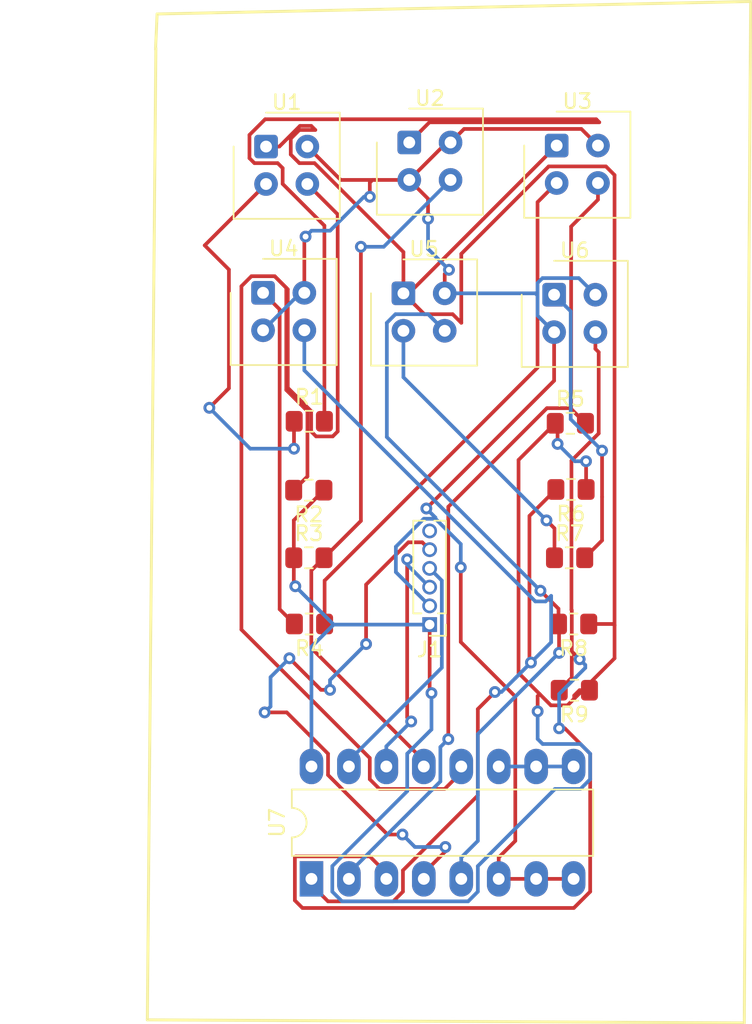
<source format=kicad_pcb>
(kicad_pcb (version 20171130) (host pcbnew "(5.0.1)-4")

  (general
    (thickness 1.6)
    (drawings 8)
    (tracks 335)
    (zones 0)
    (modules 17)
    (nets 20)
  )

  (page A4)
  (layers
    (0 F.Cu signal)
    (31 B.Cu signal)
    (32 B.Adhes user)
    (33 F.Adhes user)
    (34 B.Paste user)
    (35 F.Paste user)
    (36 B.SilkS user)
    (37 F.SilkS user)
    (38 B.Mask user)
    (39 F.Mask user)
    (40 Dwgs.User user)
    (41 Cmts.User user)
    (42 Eco1.User user)
    (43 Eco2.User user)
    (44 Edge.Cuts user)
    (45 Margin user)
    (46 B.CrtYd user)
    (47 F.CrtYd user)
    (48 B.Fab user)
    (49 F.Fab user)
  )

  (setup
    (last_trace_width 0.25)
    (trace_clearance 0.2)
    (zone_clearance 0.508)
    (zone_45_only no)
    (trace_min 0.2)
    (segment_width 0.2)
    (edge_width 0.15)
    (via_size 0.8)
    (via_drill 0.4)
    (via_min_size 0.4)
    (via_min_drill 0.3)
    (uvia_size 0.3)
    (uvia_drill 0.1)
    (uvias_allowed no)
    (uvia_min_size 0.2)
    (uvia_min_drill 0.1)
    (pcb_text_width 0.3)
    (pcb_text_size 1.5 1.5)
    (mod_edge_width 0.15)
    (mod_text_size 1 1)
    (mod_text_width 0.15)
    (pad_size 1.524 1.524)
    (pad_drill 0.762)
    (pad_to_mask_clearance 0.051)
    (solder_mask_min_width 0.25)
    (aux_axis_origin 0 0)
    (visible_elements 7FFFFFFF)
    (pcbplotparams
      (layerselection 0x010fc_ffffffff)
      (usegerberextensions false)
      (usegerberattributes false)
      (usegerberadvancedattributes false)
      (creategerberjobfile false)
      (excludeedgelayer true)
      (linewidth 0.100000)
      (plotframeref false)
      (viasonmask false)
      (mode 1)
      (useauxorigin false)
      (hpglpennumber 1)
      (hpglpenspeed 20)
      (hpglpendiameter 15.000000)
      (psnegative false)
      (psa4output false)
      (plotreference true)
      (plotvalue true)
      (plotinvisibletext false)
      (padsonsilk false)
      (subtractmaskfromsilk false)
      (outputformat 1)
      (mirror false)
      (drillshape 1)
      (scaleselection 1)
      (outputdirectory ""))
  )

  (net 0 "")
  (net 1 +5V)
  (net 2 GND)
  (net 3 /linea1)
  (net 4 /linea2)
  (net 5 /linea3)
  (net 6 /linea_selec)
  (net 7 "Net-(R1-Pad1)")
  (net 8 "Net-(R1-Pad2)")
  (net 9 /sensor1)
  (net 10 /sensor2)
  (net 11 "Net-(R4-Pad2)")
  (net 12 "Net-(R4-Pad1)")
  (net 13 /sensor3)
  (net 14 /sensor4)
  (net 15 "Net-(R7-Pad1)")
  (net 16 "Net-(R7-Pad2)")
  (net 17 /sensor5)
  (net 18 /sensor6)
  (net 19 "Net-(U7-Pad10)")

  (net_class Default "Esta es la clase de red por defecto."
    (clearance 0.2)
    (trace_width 0.25)
    (via_dia 0.8)
    (via_drill 0.4)
    (uvia_dia 0.3)
    (uvia_drill 0.1)
    (add_net +5V)
    (add_net /linea1)
    (add_net /linea2)
    (add_net /linea3)
    (add_net /linea_selec)
    (add_net /sensor1)
    (add_net /sensor2)
    (add_net /sensor3)
    (add_net /sensor4)
    (add_net /sensor5)
    (add_net /sensor6)
    (add_net GND)
    (add_net "Net-(R1-Pad1)")
    (add_net "Net-(R1-Pad2)")
    (add_net "Net-(R4-Pad1)")
    (add_net "Net-(R4-Pad2)")
    (add_net "Net-(R7-Pad1)")
    (add_net "Net-(R7-Pad2)")
    (add_net "Net-(U7-Pad10)")
  )

  (module Connector_PinHeader_1.27mm:PinHeader_1x06_P1.27mm_Vertical (layer F.Cu) (tedit 59FED6E3) (tstamp 5BFD79A5)
    (at 195.75272 73.87844 180)
    (descr "Through hole straight pin header, 1x06, 1.27mm pitch, single row")
    (tags "Through hole pin header THT 1x06 1.27mm single row")
    (path /5BF180E1)
    (fp_text reference J1 (at 0 -1.695 180) (layer F.SilkS)
      (effects (font (size 1 1) (thickness 0.15)))
    )
    (fp_text value Conn_01x06_Female (at 0 8.045 180) (layer F.Fab)
      (effects (font (size 1 1) (thickness 0.15)))
    )
    (fp_line (start -0.525 -0.635) (end 1.05 -0.635) (layer F.Fab) (width 0.1))
    (fp_line (start 1.05 -0.635) (end 1.05 6.985) (layer F.Fab) (width 0.1))
    (fp_line (start 1.05 6.985) (end -1.05 6.985) (layer F.Fab) (width 0.1))
    (fp_line (start -1.05 6.985) (end -1.05 -0.11) (layer F.Fab) (width 0.1))
    (fp_line (start -1.05 -0.11) (end -0.525 -0.635) (layer F.Fab) (width 0.1))
    (fp_line (start -1.11 7.045) (end -0.30753 7.045) (layer F.SilkS) (width 0.12))
    (fp_line (start 0.30753 7.045) (end 1.11 7.045) (layer F.SilkS) (width 0.12))
    (fp_line (start -1.11 0.76) (end -1.11 7.045) (layer F.SilkS) (width 0.12))
    (fp_line (start 1.11 0.76) (end 1.11 7.045) (layer F.SilkS) (width 0.12))
    (fp_line (start -1.11 0.76) (end -0.563471 0.76) (layer F.SilkS) (width 0.12))
    (fp_line (start 0.563471 0.76) (end 1.11 0.76) (layer F.SilkS) (width 0.12))
    (fp_line (start -1.11 0) (end -1.11 -0.76) (layer F.SilkS) (width 0.12))
    (fp_line (start -1.11 -0.76) (end 0 -0.76) (layer F.SilkS) (width 0.12))
    (fp_line (start -1.55 -1.15) (end -1.55 7.5) (layer F.CrtYd) (width 0.05))
    (fp_line (start -1.55 7.5) (end 1.55 7.5) (layer F.CrtYd) (width 0.05))
    (fp_line (start 1.55 7.5) (end 1.55 -1.15) (layer F.CrtYd) (width 0.05))
    (fp_line (start 1.55 -1.15) (end -1.55 -1.15) (layer F.CrtYd) (width 0.05))
    (fp_text user %R (at 0 3.175 270) (layer F.Fab)
      (effects (font (size 1 1) (thickness 0.15)))
    )
    (pad 1 thru_hole rect (at 0 0 180) (size 1 1) (drill 0.65) (layers *.Cu *.Mask)
      (net 1 +5V))
    (pad 2 thru_hole oval (at 0 1.27 180) (size 1 1) (drill 0.65) (layers *.Cu *.Mask)
      (net 2 GND))
    (pad 3 thru_hole oval (at 0 2.54 180) (size 1 1) (drill 0.65) (layers *.Cu *.Mask)
      (net 3 /linea1))
    (pad 4 thru_hole oval (at 0 3.81 180) (size 1 1) (drill 0.65) (layers *.Cu *.Mask)
      (net 4 /linea2))
    (pad 5 thru_hole oval (at 0 5.08 180) (size 1 1) (drill 0.65) (layers *.Cu *.Mask)
      (net 5 /linea3))
    (pad 6 thru_hole oval (at 0 6.35 180) (size 1 1) (drill 0.65) (layers *.Cu *.Mask)
      (net 6 /linea_selec))
    (model ${KISYS3DMOD}/Connector_PinHeader_1.27mm.3dshapes/PinHeader_1x06_P1.27mm_Vertical.wrl
      (at (xyz 0 0 0))
      (scale (xyz 1 1 1))
      (rotate (xyz 0 0 0))
    )
  )

  (module Resistor_SMD:R_0805_2012Metric_Pad1.15x1.40mm_HandSolder (layer F.Cu) (tedit 5B36C52B) (tstamp 5BFD79B6)
    (at 187.59032 60.09386)
    (descr "Resistor SMD 0805 (2012 Metric), square (rectangular) end terminal, IPC_7351 nominal with elongated pad for handsoldering. (Body size source: https://docs.google.com/spreadsheets/d/1BsfQQcO9C6DZCsRaXUlFlo91Tg2WpOkGARC1WS5S8t0/edit?usp=sharing), generated with kicad-footprint-generator")
    (tags "resistor handsolder")
    (path /5BF07A94)
    (attr smd)
    (fp_text reference R1 (at 0 -1.65) (layer F.SilkS)
      (effects (font (size 1 1) (thickness 0.15)))
    )
    (fp_text value 82 (at 0 1.65) (layer F.Fab)
      (effects (font (size 1 1) (thickness 0.15)))
    )
    (fp_line (start -1 0.6) (end -1 -0.6) (layer F.Fab) (width 0.1))
    (fp_line (start -1 -0.6) (end 1 -0.6) (layer F.Fab) (width 0.1))
    (fp_line (start 1 -0.6) (end 1 0.6) (layer F.Fab) (width 0.1))
    (fp_line (start 1 0.6) (end -1 0.6) (layer F.Fab) (width 0.1))
    (fp_line (start -0.261252 -0.71) (end 0.261252 -0.71) (layer F.SilkS) (width 0.12))
    (fp_line (start -0.261252 0.71) (end 0.261252 0.71) (layer F.SilkS) (width 0.12))
    (fp_line (start -1.85 0.95) (end -1.85 -0.95) (layer F.CrtYd) (width 0.05))
    (fp_line (start -1.85 -0.95) (end 1.85 -0.95) (layer F.CrtYd) (width 0.05))
    (fp_line (start 1.85 -0.95) (end 1.85 0.95) (layer F.CrtYd) (width 0.05))
    (fp_line (start 1.85 0.95) (end -1.85 0.95) (layer F.CrtYd) (width 0.05))
    (fp_text user %R (at 0 0) (layer F.Fab)
      (effects (font (size 0.5 0.5) (thickness 0.08)))
    )
    (pad 1 smd roundrect (at -1.025 0) (size 1.15 1.4) (layers F.Cu F.Paste F.Mask) (roundrect_rratio 0.217391)
      (net 7 "Net-(R1-Pad1)"))
    (pad 2 smd roundrect (at 1.025 0) (size 1.15 1.4) (layers F.Cu F.Paste F.Mask) (roundrect_rratio 0.217391)
      (net 8 "Net-(R1-Pad2)"))
    (model ${KISYS3DMOD}/Resistor_SMD.3dshapes/R_0805_2012Metric.wrl
      (at (xyz 0 0 0))
      (scale (xyz 1 1 1))
      (rotate (xyz 0 0 0))
    )
  )

  (module Resistor_SMD:R_0805_2012Metric_Pad1.15x1.40mm_HandSolder (layer F.Cu) (tedit 5B36C52B) (tstamp 5BFD79C7)
    (at 187.55752 64.76492 180)
    (descr "Resistor SMD 0805 (2012 Metric), square (rectangular) end terminal, IPC_7351 nominal with elongated pad for handsoldering. (Body size source: https://docs.google.com/spreadsheets/d/1BsfQQcO9C6DZCsRaXUlFlo91Tg2WpOkGARC1WS5S8t0/edit?usp=sharing), generated with kicad-footprint-generator")
    (tags "resistor handsolder")
    (path /5BEFF381)
    (attr smd)
    (fp_text reference R2 (at 0 -1.65 180) (layer F.SilkS)
      (effects (font (size 1 1) (thickness 0.15)))
    )
    (fp_text value 10k (at 0 1.65 180) (layer F.Fab)
      (effects (font (size 1 1) (thickness 0.15)))
    )
    (fp_line (start -1 0.6) (end -1 -0.6) (layer F.Fab) (width 0.1))
    (fp_line (start -1 -0.6) (end 1 -0.6) (layer F.Fab) (width 0.1))
    (fp_line (start 1 -0.6) (end 1 0.6) (layer F.Fab) (width 0.1))
    (fp_line (start 1 0.6) (end -1 0.6) (layer F.Fab) (width 0.1))
    (fp_line (start -0.261252 -0.71) (end 0.261252 -0.71) (layer F.SilkS) (width 0.12))
    (fp_line (start -0.261252 0.71) (end 0.261252 0.71) (layer F.SilkS) (width 0.12))
    (fp_line (start -1.85 0.95) (end -1.85 -0.95) (layer F.CrtYd) (width 0.05))
    (fp_line (start -1.85 -0.95) (end 1.85 -0.95) (layer F.CrtYd) (width 0.05))
    (fp_line (start 1.85 -0.95) (end 1.85 0.95) (layer F.CrtYd) (width 0.05))
    (fp_line (start 1.85 0.95) (end -1.85 0.95) (layer F.CrtYd) (width 0.05))
    (fp_text user %R (at 0 0 180) (layer F.Fab)
      (effects (font (size 0.5 0.5) (thickness 0.08)))
    )
    (pad 1 smd roundrect (at -1.025 0 180) (size 1.15 1.4) (layers F.Cu F.Paste F.Mask) (roundrect_rratio 0.217391)
      (net 1 +5V))
    (pad 2 smd roundrect (at 1.025 0 180) (size 1.15 1.4) (layers F.Cu F.Paste F.Mask) (roundrect_rratio 0.217391)
      (net 9 /sensor1))
    (model ${KISYS3DMOD}/Resistor_SMD.3dshapes/R_0805_2012Metric.wrl
      (at (xyz 0 0 0))
      (scale (xyz 1 1 1))
      (rotate (xyz 0 0 0))
    )
  )

  (module Resistor_SMD:R_0805_2012Metric_Pad1.15x1.40mm_HandSolder (layer F.Cu) (tedit 5B36C52B) (tstamp 5BFD79D8)
    (at 187.56492 69.34708)
    (descr "Resistor SMD 0805 (2012 Metric), square (rectangular) end terminal, IPC_7351 nominal with elongated pad for handsoldering. (Body size source: https://docs.google.com/spreadsheets/d/1BsfQQcO9C6DZCsRaXUlFlo91Tg2WpOkGARC1WS5S8t0/edit?usp=sharing), generated with kicad-footprint-generator")
    (tags "resistor handsolder")
    (path /5BEFF5A0)
    (attr smd)
    (fp_text reference R3 (at 0 -1.65) (layer F.SilkS)
      (effects (font (size 1 1) (thickness 0.15)))
    )
    (fp_text value 10k (at 0 1.65) (layer F.Fab)
      (effects (font (size 1 1) (thickness 0.15)))
    )
    (fp_text user %R (at 0 0) (layer F.Fab)
      (effects (font (size 0.5 0.5) (thickness 0.08)))
    )
    (fp_line (start 1.85 0.95) (end -1.85 0.95) (layer F.CrtYd) (width 0.05))
    (fp_line (start 1.85 -0.95) (end 1.85 0.95) (layer F.CrtYd) (width 0.05))
    (fp_line (start -1.85 -0.95) (end 1.85 -0.95) (layer F.CrtYd) (width 0.05))
    (fp_line (start -1.85 0.95) (end -1.85 -0.95) (layer F.CrtYd) (width 0.05))
    (fp_line (start -0.261252 0.71) (end 0.261252 0.71) (layer F.SilkS) (width 0.12))
    (fp_line (start -0.261252 -0.71) (end 0.261252 -0.71) (layer F.SilkS) (width 0.12))
    (fp_line (start 1 0.6) (end -1 0.6) (layer F.Fab) (width 0.1))
    (fp_line (start 1 -0.6) (end 1 0.6) (layer F.Fab) (width 0.1))
    (fp_line (start -1 -0.6) (end 1 -0.6) (layer F.Fab) (width 0.1))
    (fp_line (start -1 0.6) (end -1 -0.6) (layer F.Fab) (width 0.1))
    (pad 2 smd roundrect (at 1.025 0) (size 1.15 1.4) (layers F.Cu F.Paste F.Mask) (roundrect_rratio 0.217391)
      (net 10 /sensor2))
    (pad 1 smd roundrect (at -1.025 0) (size 1.15 1.4) (layers F.Cu F.Paste F.Mask) (roundrect_rratio 0.217391)
      (net 1 +5V))
    (model ${KISYS3DMOD}/Resistor_SMD.3dshapes/R_0805_2012Metric.wrl
      (at (xyz 0 0 0))
      (scale (xyz 1 1 1))
      (rotate (xyz 0 0 0))
    )
  )

  (module Resistor_SMD:R_0805_2012Metric_Pad1.15x1.40mm_HandSolder (layer F.Cu) (tedit 5B36C52B) (tstamp 5BFD79E9)
    (at 187.60324 73.8378 180)
    (descr "Resistor SMD 0805 (2012 Metric), square (rectangular) end terminal, IPC_7351 nominal with elongated pad for handsoldering. (Body size source: https://docs.google.com/spreadsheets/d/1BsfQQcO9C6DZCsRaXUlFlo91Tg2WpOkGARC1WS5S8t0/edit?usp=sharing), generated with kicad-footprint-generator")
    (tags "resistor handsolder")
    (path /5BF091D6)
    (attr smd)
    (fp_text reference R4 (at 0 -1.65 180) (layer F.SilkS)
      (effects (font (size 1 1) (thickness 0.15)))
    )
    (fp_text value 82 (at 0 1.65 180) (layer F.Fab)
      (effects (font (size 1 1) (thickness 0.15)))
    )
    (fp_text user %R (at 0 0 180) (layer F.Fab)
      (effects (font (size 0.5 0.5) (thickness 0.08)))
    )
    (fp_line (start 1.85 0.95) (end -1.85 0.95) (layer F.CrtYd) (width 0.05))
    (fp_line (start 1.85 -0.95) (end 1.85 0.95) (layer F.CrtYd) (width 0.05))
    (fp_line (start -1.85 -0.95) (end 1.85 -0.95) (layer F.CrtYd) (width 0.05))
    (fp_line (start -1.85 0.95) (end -1.85 -0.95) (layer F.CrtYd) (width 0.05))
    (fp_line (start -0.261252 0.71) (end 0.261252 0.71) (layer F.SilkS) (width 0.12))
    (fp_line (start -0.261252 -0.71) (end 0.261252 -0.71) (layer F.SilkS) (width 0.12))
    (fp_line (start 1 0.6) (end -1 0.6) (layer F.Fab) (width 0.1))
    (fp_line (start 1 -0.6) (end 1 0.6) (layer F.Fab) (width 0.1))
    (fp_line (start -1 -0.6) (end 1 -0.6) (layer F.Fab) (width 0.1))
    (fp_line (start -1 0.6) (end -1 -0.6) (layer F.Fab) (width 0.1))
    (pad 2 smd roundrect (at 1.025 0 180) (size 1.15 1.4) (layers F.Cu F.Paste F.Mask) (roundrect_rratio 0.217391)
      (net 11 "Net-(R4-Pad2)"))
    (pad 1 smd roundrect (at -1.025 0 180) (size 1.15 1.4) (layers F.Cu F.Paste F.Mask) (roundrect_rratio 0.217391)
      (net 12 "Net-(R4-Pad1)"))
    (model ${KISYS3DMOD}/Resistor_SMD.3dshapes/R_0805_2012Metric.wrl
      (at (xyz 0 0 0))
      (scale (xyz 1 1 1))
      (rotate (xyz 0 0 0))
    )
  )

  (module Resistor_SMD:R_0805_2012Metric_Pad1.15x1.40mm_HandSolder (layer F.Cu) (tedit 5B36C52B) (tstamp 5BFD79FA)
    (at 205.29412 60.22848)
    (descr "Resistor SMD 0805 (2012 Metric), square (rectangular) end terminal, IPC_7351 nominal with elongated pad for handsoldering. (Body size source: https://docs.google.com/spreadsheets/d/1BsfQQcO9C6DZCsRaXUlFlo91Tg2WpOkGARC1WS5S8t0/edit?usp=sharing), generated with kicad-footprint-generator")
    (tags "resistor handsolder")
    (path /5BEFF540)
    (attr smd)
    (fp_text reference R5 (at 0 -1.65) (layer F.SilkS)
      (effects (font (size 1 1) (thickness 0.15)))
    )
    (fp_text value 10k (at 0 1.65) (layer F.Fab)
      (effects (font (size 1 1) (thickness 0.15)))
    )
    (fp_line (start -1 0.6) (end -1 -0.6) (layer F.Fab) (width 0.1))
    (fp_line (start -1 -0.6) (end 1 -0.6) (layer F.Fab) (width 0.1))
    (fp_line (start 1 -0.6) (end 1 0.6) (layer F.Fab) (width 0.1))
    (fp_line (start 1 0.6) (end -1 0.6) (layer F.Fab) (width 0.1))
    (fp_line (start -0.261252 -0.71) (end 0.261252 -0.71) (layer F.SilkS) (width 0.12))
    (fp_line (start -0.261252 0.71) (end 0.261252 0.71) (layer F.SilkS) (width 0.12))
    (fp_line (start -1.85 0.95) (end -1.85 -0.95) (layer F.CrtYd) (width 0.05))
    (fp_line (start -1.85 -0.95) (end 1.85 -0.95) (layer F.CrtYd) (width 0.05))
    (fp_line (start 1.85 -0.95) (end 1.85 0.95) (layer F.CrtYd) (width 0.05))
    (fp_line (start 1.85 0.95) (end -1.85 0.95) (layer F.CrtYd) (width 0.05))
    (fp_text user %R (at 0 0) (layer F.Fab)
      (effects (font (size 0.5 0.5) (thickness 0.08)))
    )
    (pad 1 smd roundrect (at -1.025 0) (size 1.15 1.4) (layers F.Cu F.Paste F.Mask) (roundrect_rratio 0.217391)
      (net 1 +5V))
    (pad 2 smd roundrect (at 1.025 0) (size 1.15 1.4) (layers F.Cu F.Paste F.Mask) (roundrect_rratio 0.217391)
      (net 13 /sensor3))
    (model ${KISYS3DMOD}/Resistor_SMD.3dshapes/R_0805_2012Metric.wrl
      (at (xyz 0 0 0))
      (scale (xyz 1 1 1))
      (rotate (xyz 0 0 0))
    )
  )

  (module Resistor_SMD:R_0805_2012Metric_Pad1.15x1.40mm_HandSolder (layer F.Cu) (tedit 5B36C52B) (tstamp 5BFD7A0B)
    (at 205.33984 64.71666 180)
    (descr "Resistor SMD 0805 (2012 Metric), square (rectangular) end terminal, IPC_7351 nominal with elongated pad for handsoldering. (Body size source: https://docs.google.com/spreadsheets/d/1BsfQQcO9C6DZCsRaXUlFlo91Tg2WpOkGARC1WS5S8t0/edit?usp=sharing), generated with kicad-footprint-generator")
    (tags "resistor handsolder")
    (path /5BEFF514)
    (attr smd)
    (fp_text reference R6 (at 0 -1.65 180) (layer F.SilkS)
      (effects (font (size 1 1) (thickness 0.15)))
    )
    (fp_text value 10k (at 0 1.65) (layer F.Fab)
      (effects (font (size 1 1) (thickness 0.15)))
    )
    (fp_text user %R (at 0 0) (layer F.Fab)
      (effects (font (size 0.5 0.5) (thickness 0.08)))
    )
    (fp_line (start 1.85 0.95) (end -1.85 0.95) (layer F.CrtYd) (width 0.05))
    (fp_line (start 1.85 -0.95) (end 1.85 0.95) (layer F.CrtYd) (width 0.05))
    (fp_line (start -1.85 -0.95) (end 1.85 -0.95) (layer F.CrtYd) (width 0.05))
    (fp_line (start -1.85 0.95) (end -1.85 -0.95) (layer F.CrtYd) (width 0.05))
    (fp_line (start -0.261252 0.71) (end 0.261252 0.71) (layer F.SilkS) (width 0.12))
    (fp_line (start -0.261252 -0.71) (end 0.261252 -0.71) (layer F.SilkS) (width 0.12))
    (fp_line (start 1 0.6) (end -1 0.6) (layer F.Fab) (width 0.1))
    (fp_line (start 1 -0.6) (end 1 0.6) (layer F.Fab) (width 0.1))
    (fp_line (start -1 -0.6) (end 1 -0.6) (layer F.Fab) (width 0.1))
    (fp_line (start -1 0.6) (end -1 -0.6) (layer F.Fab) (width 0.1))
    (pad 2 smd roundrect (at 1.025 0 180) (size 1.15 1.4) (layers F.Cu F.Paste F.Mask) (roundrect_rratio 0.217391)
      (net 14 /sensor4))
    (pad 1 smd roundrect (at -1.025 0 180) (size 1.15 1.4) (layers F.Cu F.Paste F.Mask) (roundrect_rratio 0.217391)
      (net 1 +5V))
    (model ${KISYS3DMOD}/Resistor_SMD.3dshapes/R_0805_2012Metric.wrl
      (at (xyz 0 0 0))
      (scale (xyz 1 1 1))
      (rotate (xyz 0 0 0))
    )
  )

  (module Resistor_SMD:R_0805_2012Metric_Pad1.15x1.40mm_HandSolder (layer F.Cu) (tedit 5B36C52B) (tstamp 5BFD7A1C)
    (at 205.24586 69.34708)
    (descr "Resistor SMD 0805 (2012 Metric), square (rectangular) end terminal, IPC_7351 nominal with elongated pad for handsoldering. (Body size source: https://docs.google.com/spreadsheets/d/1BsfQQcO9C6DZCsRaXUlFlo91Tg2WpOkGARC1WS5S8t0/edit?usp=sharing), generated with kicad-footprint-generator")
    (tags "resistor handsolder")
    (path /5BF09A38)
    (attr smd)
    (fp_text reference R7 (at 0 -1.65) (layer F.SilkS)
      (effects (font (size 1 1) (thickness 0.15)))
    )
    (fp_text value 82 (at 0 1.65) (layer F.Fab)
      (effects (font (size 1 1) (thickness 0.15)))
    )
    (fp_line (start -1 0.6) (end -1 -0.6) (layer F.Fab) (width 0.1))
    (fp_line (start -1 -0.6) (end 1 -0.6) (layer F.Fab) (width 0.1))
    (fp_line (start 1 -0.6) (end 1 0.6) (layer F.Fab) (width 0.1))
    (fp_line (start 1 0.6) (end -1 0.6) (layer F.Fab) (width 0.1))
    (fp_line (start -0.261252 -0.71) (end 0.261252 -0.71) (layer F.SilkS) (width 0.12))
    (fp_line (start -0.261252 0.71) (end 0.261252 0.71) (layer F.SilkS) (width 0.12))
    (fp_line (start -1.85 0.95) (end -1.85 -0.95) (layer F.CrtYd) (width 0.05))
    (fp_line (start -1.85 -0.95) (end 1.85 -0.95) (layer F.CrtYd) (width 0.05))
    (fp_line (start 1.85 -0.95) (end 1.85 0.95) (layer F.CrtYd) (width 0.05))
    (fp_line (start 1.85 0.95) (end -1.85 0.95) (layer F.CrtYd) (width 0.05))
    (fp_text user %R (at 0 0) (layer F.Fab)
      (effects (font (size 0.5 0.5) (thickness 0.08)))
    )
    (pad 1 smd roundrect (at -1.025 0) (size 1.15 1.4) (layers F.Cu F.Paste F.Mask) (roundrect_rratio 0.217391)
      (net 15 "Net-(R7-Pad1)"))
    (pad 2 smd roundrect (at 1.025 0) (size 1.15 1.4) (layers F.Cu F.Paste F.Mask) (roundrect_rratio 0.217391)
      (net 16 "Net-(R7-Pad2)"))
    (model ${KISYS3DMOD}/Resistor_SMD.3dshapes/R_0805_2012Metric.wrl
      (at (xyz 0 0 0))
      (scale (xyz 1 1 1))
      (rotate (xyz 0 0 0))
    )
  )

  (module Resistor_SMD:R_0805_2012Metric_Pad1.15x1.40mm_HandSolder (layer F.Cu) (tedit 5B36C52B) (tstamp 5BFD7A2D)
    (at 205.51786 73.8378 180)
    (descr "Resistor SMD 0805 (2012 Metric), square (rectangular) end terminal, IPC_7351 nominal with elongated pad for handsoldering. (Body size source: https://docs.google.com/spreadsheets/d/1BsfQQcO9C6DZCsRaXUlFlo91Tg2WpOkGARC1WS5S8t0/edit?usp=sharing), generated with kicad-footprint-generator")
    (tags "resistor handsolder")
    (path /5BEFF4BC)
    (attr smd)
    (fp_text reference R8 (at 0 -1.65 180) (layer F.SilkS)
      (effects (font (size 1 1) (thickness 0.15)))
    )
    (fp_text value 10k (at 0 1.65 180) (layer F.Fab)
      (effects (font (size 1 1) (thickness 0.15)))
    )
    (fp_text user %R (at 0 0 180) (layer F.Fab)
      (effects (font (size 0.5 0.5) (thickness 0.08)))
    )
    (fp_line (start 1.85 0.95) (end -1.85 0.95) (layer F.CrtYd) (width 0.05))
    (fp_line (start 1.85 -0.95) (end 1.85 0.95) (layer F.CrtYd) (width 0.05))
    (fp_line (start -1.85 -0.95) (end 1.85 -0.95) (layer F.CrtYd) (width 0.05))
    (fp_line (start -1.85 0.95) (end -1.85 -0.95) (layer F.CrtYd) (width 0.05))
    (fp_line (start -0.261252 0.71) (end 0.261252 0.71) (layer F.SilkS) (width 0.12))
    (fp_line (start -0.261252 -0.71) (end 0.261252 -0.71) (layer F.SilkS) (width 0.12))
    (fp_line (start 1 0.6) (end -1 0.6) (layer F.Fab) (width 0.1))
    (fp_line (start 1 -0.6) (end 1 0.6) (layer F.Fab) (width 0.1))
    (fp_line (start -1 -0.6) (end 1 -0.6) (layer F.Fab) (width 0.1))
    (fp_line (start -1 0.6) (end -1 -0.6) (layer F.Fab) (width 0.1))
    (pad 2 smd roundrect (at 1.025 0 180) (size 1.15 1.4) (layers F.Cu F.Paste F.Mask) (roundrect_rratio 0.217391)
      (net 17 /sensor5))
    (pad 1 smd roundrect (at -1.025 0 180) (size 1.15 1.4) (layers F.Cu F.Paste F.Mask) (roundrect_rratio 0.217391)
      (net 1 +5V))
    (model ${KISYS3DMOD}/Resistor_SMD.3dshapes/R_0805_2012Metric.wrl
      (at (xyz 0 0 0))
      (scale (xyz 1 1 1))
      (rotate (xyz 0 0 0))
    )
  )

  (module Resistor_SMD:R_0805_2012Metric_Pad1.15x1.40mm_HandSolder (layer F.Cu) (tedit 5B36C52B) (tstamp 5BFD7A3E)
    (at 205.56612 78.32852 180)
    (descr "Resistor SMD 0805 (2012 Metric), square (rectangular) end terminal, IPC_7351 nominal with elongated pad for handsoldering. (Body size source: https://docs.google.com/spreadsheets/d/1BsfQQcO9C6DZCsRaXUlFlo91Tg2WpOkGARC1WS5S8t0/edit?usp=sharing), generated with kicad-footprint-generator")
    (tags "resistor handsolder")
    (path /5BEFF4E8)
    (attr smd)
    (fp_text reference R9 (at 0 -1.65 180) (layer F.SilkS)
      (effects (font (size 1 1) (thickness 0.15)))
    )
    (fp_text value 10k (at 0 1.65 180) (layer F.Fab)
      (effects (font (size 1 1) (thickness 0.15)))
    )
    (fp_line (start -1 0.6) (end -1 -0.6) (layer F.Fab) (width 0.1))
    (fp_line (start -1 -0.6) (end 1 -0.6) (layer F.Fab) (width 0.1))
    (fp_line (start 1 -0.6) (end 1 0.6) (layer F.Fab) (width 0.1))
    (fp_line (start 1 0.6) (end -1 0.6) (layer F.Fab) (width 0.1))
    (fp_line (start -0.261252 -0.71) (end 0.261252 -0.71) (layer F.SilkS) (width 0.12))
    (fp_line (start -0.261252 0.71) (end 0.261252 0.71) (layer F.SilkS) (width 0.12))
    (fp_line (start -1.85 0.95) (end -1.85 -0.95) (layer F.CrtYd) (width 0.05))
    (fp_line (start -1.85 -0.95) (end 1.85 -0.95) (layer F.CrtYd) (width 0.05))
    (fp_line (start 1.85 -0.95) (end 1.85 0.95) (layer F.CrtYd) (width 0.05))
    (fp_line (start 1.85 0.95) (end -1.85 0.95) (layer F.CrtYd) (width 0.05))
    (fp_text user %R (at 0 0 180) (layer F.Fab)
      (effects (font (size 0.5 0.5) (thickness 0.08)))
    )
    (pad 1 smd roundrect (at -1.025 0 180) (size 1.15 1.4) (layers F.Cu F.Paste F.Mask) (roundrect_rratio 0.217391)
      (net 1 +5V))
    (pad 2 smd roundrect (at 1.025 0 180) (size 1.15 1.4) (layers F.Cu F.Paste F.Mask) (roundrect_rratio 0.217391)
      (net 18 /sensor6))
    (model ${KISYS3DMOD}/Resistor_SMD.3dshapes/R_0805_2012Metric.wrl
      (at (xyz 0 0 0))
      (scale (xyz 1 1 1))
      (rotate (xyz 0 0 0))
    )
  )

  (module OptoDevice:Vishay_CNY70 (layer F.Cu) (tedit 5B8AF8E9) (tstamp 5BFD7A5E)
    (at 184.658 41.4655)
    (descr "package for Vishay CNY70 refective photo coupler/interrupter")
    (tags "Vishay CNY70 refective photo coupler")
    (path /5BEFF162)
    (fp_text reference U1 (at 1.4 -3) (layer F.SilkS)
      (effects (font (size 1 1) (thickness 0.15)))
    )
    (fp_text value CNY70 (at 1.4 5.8) (layer F.Fab)
      (effects (font (size 1 1) (thickness 0.15)))
    )
    (fp_line (start 5.15 5.05) (end -2.35 5.05) (layer F.CrtYd) (width 0.05))
    (fp_line (start 5.15 5.05) (end 5.15 -2.45) (layer F.CrtYd) (width 0.05))
    (fp_line (start -2.35 -2.45) (end -2.35 5.05) (layer F.CrtYd) (width 0.05))
    (fp_line (start -2.35 -2.45) (end 5.15 -2.45) (layer F.CrtYd) (width 0.05))
    (fp_line (start -1.1 -2.2) (end 4.9 -2.2) (layer F.Fab) (width 0.1))
    (fp_line (start 4.9 -2.2) (end 4.9 4.8) (layer F.Fab) (width 0.1))
    (fp_line (start 4.9 4.8) (end -2.1 4.8) (layer F.Fab) (width 0.1))
    (fp_line (start -2.1 4.8) (end -2.1 -1.2) (layer F.Fab) (width 0.1))
    (fp_line (start -2.1 -1.2) (end -1.1 -2.2) (layer F.Fab) (width 0.1))
    (fp_line (start 1.2 -2.2) (end 1.2 -1.9) (layer F.Fab) (width 0.1))
    (fp_line (start 1.2 -1.9) (end 1.6 -1.9) (layer F.Fab) (width 0.1))
    (fp_line (start 1.6 -1.9) (end 1.6 -2.2) (layer F.Fab) (width 0.1))
    (fp_line (start 1.6 4.8) (end 1.6 4.5) (layer F.Fab) (width 0.1))
    (fp_line (start 1.6 4.5) (end 1.2 4.5) (layer F.Fab) (width 0.1))
    (fp_line (start 1.2 4.5) (end 1.2 4.8) (layer F.Fab) (width 0.1))
    (fp_line (start 3.9 3.9) (end 3.9 -1.2) (layer F.Fab) (width 0.1))
    (fp_line (start 3.9 -1.2) (end -1.1 -1.2) (layer F.Fab) (width 0.1))
    (fp_line (start -1.1 -1.2) (end -1.1 3.9) (layer F.Fab) (width 0.1))
    (fp_line (start -1.1 3.9) (end 3.9 3.9) (layer F.Fab) (width 0.1))
    (fp_line (start 5 -2.3) (end 0 -2.3) (layer F.SilkS) (width 0.12))
    (fp_line (start -2.2 0) (end -2.2 4.9) (layer F.SilkS) (width 0.12))
    (fp_line (start -2.2 4.9) (end 5 4.9) (layer F.SilkS) (width 0.12))
    (fp_line (start 5 4.9) (end 5 -2.3) (layer F.SilkS) (width 0.12))
    (fp_text user %R (at 1.5 1.4) (layer F.Fab)
      (effects (font (size 1 1) (thickness 0.15)))
    )
    (pad 1 thru_hole roundrect (at 0 0) (size 1.6 1.6) (drill 0.8) (layers *.Cu *.Mask) (roundrect_rratio 0.156)
      (net 1 +5V))
    (pad 2 thru_hole circle (at 0 2.54) (size 1.6 1.6) (drill 0.8) (layers *.Cu *.Mask)
      (net 7 "Net-(R1-Pad1)"))
    (pad 3 thru_hole circle (at 2.8 2.54) (size 1.6 1.6) (drill 0.8) (layers *.Cu *.Mask)
      (net 9 /sensor1))
    (pad 4 thru_hole circle (at 2.8 0) (size 1.6 1.6) (drill 0.8) (layers *.Cu *.Mask)
      (net 2 GND))
    (model ${KISYS3DMOD}/OptoDevice.3dshapes/Vishay_CNY70.wrl
      (at (xyz 0 0 0))
      (scale (xyz 1 1 1))
      (rotate (xyz 0 0 0))
    )
  )

  (module OptoDevice:Vishay_CNY70 (layer F.Cu) (tedit 5B8AF8E9) (tstamp 5BFD7A7E)
    (at 194.37096 41.18864)
    (descr "package for Vishay CNY70 refective photo coupler/interrupter")
    (tags "Vishay CNY70 refective photo coupler")
    (path /5BEFF1C6)
    (fp_text reference U2 (at 1.4 -3) (layer F.SilkS)
      (effects (font (size 1 1) (thickness 0.15)))
    )
    (fp_text value CNY70 (at 1.4 5.8) (layer F.Fab)
      (effects (font (size 1 1) (thickness 0.15)))
    )
    (fp_text user %R (at 1.5 1.4) (layer F.Fab)
      (effects (font (size 1 1) (thickness 0.15)))
    )
    (fp_line (start 5 4.9) (end 5 -2.3) (layer F.SilkS) (width 0.12))
    (fp_line (start -2.2 4.9) (end 5 4.9) (layer F.SilkS) (width 0.12))
    (fp_line (start -2.2 0) (end -2.2 4.9) (layer F.SilkS) (width 0.12))
    (fp_line (start 5 -2.3) (end 0 -2.3) (layer F.SilkS) (width 0.12))
    (fp_line (start -1.1 3.9) (end 3.9 3.9) (layer F.Fab) (width 0.1))
    (fp_line (start -1.1 -1.2) (end -1.1 3.9) (layer F.Fab) (width 0.1))
    (fp_line (start 3.9 -1.2) (end -1.1 -1.2) (layer F.Fab) (width 0.1))
    (fp_line (start 3.9 3.9) (end 3.9 -1.2) (layer F.Fab) (width 0.1))
    (fp_line (start 1.2 4.5) (end 1.2 4.8) (layer F.Fab) (width 0.1))
    (fp_line (start 1.6 4.5) (end 1.2 4.5) (layer F.Fab) (width 0.1))
    (fp_line (start 1.6 4.8) (end 1.6 4.5) (layer F.Fab) (width 0.1))
    (fp_line (start 1.6 -1.9) (end 1.6 -2.2) (layer F.Fab) (width 0.1))
    (fp_line (start 1.2 -1.9) (end 1.6 -1.9) (layer F.Fab) (width 0.1))
    (fp_line (start 1.2 -2.2) (end 1.2 -1.9) (layer F.Fab) (width 0.1))
    (fp_line (start -2.1 -1.2) (end -1.1 -2.2) (layer F.Fab) (width 0.1))
    (fp_line (start -2.1 4.8) (end -2.1 -1.2) (layer F.Fab) (width 0.1))
    (fp_line (start 4.9 4.8) (end -2.1 4.8) (layer F.Fab) (width 0.1))
    (fp_line (start 4.9 -2.2) (end 4.9 4.8) (layer F.Fab) (width 0.1))
    (fp_line (start -1.1 -2.2) (end 4.9 -2.2) (layer F.Fab) (width 0.1))
    (fp_line (start -2.35 -2.45) (end 5.15 -2.45) (layer F.CrtYd) (width 0.05))
    (fp_line (start -2.35 -2.45) (end -2.35 5.05) (layer F.CrtYd) (width 0.05))
    (fp_line (start 5.15 5.05) (end 5.15 -2.45) (layer F.CrtYd) (width 0.05))
    (fp_line (start 5.15 5.05) (end -2.35 5.05) (layer F.CrtYd) (width 0.05))
    (pad 4 thru_hole circle (at 2.8 0) (size 1.6 1.6) (drill 0.8) (layers *.Cu *.Mask)
      (net 2 GND))
    (pad 3 thru_hole circle (at 2.8 2.54) (size 1.6 1.6) (drill 0.8) (layers *.Cu *.Mask)
      (net 10 /sensor2))
    (pad 2 thru_hole circle (at 0 2.54) (size 1.6 1.6) (drill 0.8) (layers *.Cu *.Mask)
      (net 2 GND))
    (pad 1 thru_hole roundrect (at 0 0) (size 1.6 1.6) (drill 0.8) (layers *.Cu *.Mask) (roundrect_rratio 0.156)
      (net 8 "Net-(R1-Pad2)"))
    (model ${KISYS3DMOD}/OptoDevice.3dshapes/Vishay_CNY70.wrl
      (at (xyz 0 0 0))
      (scale (xyz 1 1 1))
      (rotate (xyz 0 0 0))
    )
  )

  (module OptoDevice:Vishay_CNY70 (layer F.Cu) (tedit 5B8AF8E9) (tstamp 5BFD7A9E)
    (at 204.3684 41.39692)
    (descr "package for Vishay CNY70 refective photo coupler/interrupter")
    (tags "Vishay CNY70 refective photo coupler")
    (path /5BEFF27A)
    (fp_text reference U3 (at 1.4 -3) (layer F.SilkS)
      (effects (font (size 1 1) (thickness 0.15)))
    )
    (fp_text value CNY70 (at 1.4 5.8) (layer F.Fab)
      (effects (font (size 1 1) (thickness 0.15)))
    )
    (fp_line (start 5.15 5.05) (end -2.35 5.05) (layer F.CrtYd) (width 0.05))
    (fp_line (start 5.15 5.05) (end 5.15 -2.45) (layer F.CrtYd) (width 0.05))
    (fp_line (start -2.35 -2.45) (end -2.35 5.05) (layer F.CrtYd) (width 0.05))
    (fp_line (start -2.35 -2.45) (end 5.15 -2.45) (layer F.CrtYd) (width 0.05))
    (fp_line (start -1.1 -2.2) (end 4.9 -2.2) (layer F.Fab) (width 0.1))
    (fp_line (start 4.9 -2.2) (end 4.9 4.8) (layer F.Fab) (width 0.1))
    (fp_line (start 4.9 4.8) (end -2.1 4.8) (layer F.Fab) (width 0.1))
    (fp_line (start -2.1 4.8) (end -2.1 -1.2) (layer F.Fab) (width 0.1))
    (fp_line (start -2.1 -1.2) (end -1.1 -2.2) (layer F.Fab) (width 0.1))
    (fp_line (start 1.2 -2.2) (end 1.2 -1.9) (layer F.Fab) (width 0.1))
    (fp_line (start 1.2 -1.9) (end 1.6 -1.9) (layer F.Fab) (width 0.1))
    (fp_line (start 1.6 -1.9) (end 1.6 -2.2) (layer F.Fab) (width 0.1))
    (fp_line (start 1.6 4.8) (end 1.6 4.5) (layer F.Fab) (width 0.1))
    (fp_line (start 1.6 4.5) (end 1.2 4.5) (layer F.Fab) (width 0.1))
    (fp_line (start 1.2 4.5) (end 1.2 4.8) (layer F.Fab) (width 0.1))
    (fp_line (start 3.9 3.9) (end 3.9 -1.2) (layer F.Fab) (width 0.1))
    (fp_line (start 3.9 -1.2) (end -1.1 -1.2) (layer F.Fab) (width 0.1))
    (fp_line (start -1.1 -1.2) (end -1.1 3.9) (layer F.Fab) (width 0.1))
    (fp_line (start -1.1 3.9) (end 3.9 3.9) (layer F.Fab) (width 0.1))
    (fp_line (start 5 -2.3) (end 0 -2.3) (layer F.SilkS) (width 0.12))
    (fp_line (start -2.2 0) (end -2.2 4.9) (layer F.SilkS) (width 0.12))
    (fp_line (start -2.2 4.9) (end 5 4.9) (layer F.SilkS) (width 0.12))
    (fp_line (start 5 4.9) (end 5 -2.3) (layer F.SilkS) (width 0.12))
    (fp_text user %R (at 1.49098 1.2319) (layer F.Fab)
      (effects (font (size 1 1) (thickness 0.15)))
    )
    (pad 1 thru_hole roundrect (at 0 0) (size 1.6 1.6) (drill 0.8) (layers *.Cu *.Mask) (roundrect_rratio 0.156)
      (net 1 +5V))
    (pad 2 thru_hole circle (at 0 2.54) (size 1.6 1.6) (drill 0.8) (layers *.Cu *.Mask)
      (net 12 "Net-(R4-Pad1)"))
    (pad 3 thru_hole circle (at 2.8 2.54) (size 1.6 1.6) (drill 0.8) (layers *.Cu *.Mask)
      (net 13 /sensor3))
    (pad 4 thru_hole circle (at 2.8 0) (size 1.6 1.6) (drill 0.8) (layers *.Cu *.Mask)
      (net 2 GND))
    (model ${KISYS3DMOD}/OptoDevice.3dshapes/Vishay_CNY70.wrl
      (at (xyz 0 0 0))
      (scale (xyz 1 1 1))
      (rotate (xyz 0 0 0))
    )
  )

  (module OptoDevice:Vishay_CNY70 (layer F.Cu) (tedit 5B8AF8E9) (tstamp 5BFD7ABE)
    (at 184.4548 51.38166)
    (descr "package for Vishay CNY70 refective photo coupler/interrupter")
    (tags "Vishay CNY70 refective photo coupler")
    (path /5BEFF226)
    (fp_text reference U4 (at 1.4 -3) (layer F.SilkS)
      (effects (font (size 1 1) (thickness 0.15)))
    )
    (fp_text value CNY70 (at 1.4 5.8) (layer F.Fab)
      (effects (font (size 1 1) (thickness 0.15)))
    )
    (fp_text user %R (at 1.5 1.4) (layer F.Fab)
      (effects (font (size 1 1) (thickness 0.15)))
    )
    (fp_line (start 5 4.9) (end 5 -2.3) (layer F.SilkS) (width 0.12))
    (fp_line (start -2.2 4.9) (end 5 4.9) (layer F.SilkS) (width 0.12))
    (fp_line (start -2.2 0) (end -2.2 4.9) (layer F.SilkS) (width 0.12))
    (fp_line (start 5 -2.3) (end 0 -2.3) (layer F.SilkS) (width 0.12))
    (fp_line (start -1.1 3.9) (end 3.9 3.9) (layer F.Fab) (width 0.1))
    (fp_line (start -1.1 -1.2) (end -1.1 3.9) (layer F.Fab) (width 0.1))
    (fp_line (start 3.9 -1.2) (end -1.1 -1.2) (layer F.Fab) (width 0.1))
    (fp_line (start 3.9 3.9) (end 3.9 -1.2) (layer F.Fab) (width 0.1))
    (fp_line (start 1.2 4.5) (end 1.2 4.8) (layer F.Fab) (width 0.1))
    (fp_line (start 1.6 4.5) (end 1.2 4.5) (layer F.Fab) (width 0.1))
    (fp_line (start 1.6 4.8) (end 1.6 4.5) (layer F.Fab) (width 0.1))
    (fp_line (start 1.6 -1.9) (end 1.6 -2.2) (layer F.Fab) (width 0.1))
    (fp_line (start 1.2 -1.9) (end 1.6 -1.9) (layer F.Fab) (width 0.1))
    (fp_line (start 1.2 -2.2) (end 1.2 -1.9) (layer F.Fab) (width 0.1))
    (fp_line (start -2.1 -1.2) (end -1.1 -2.2) (layer F.Fab) (width 0.1))
    (fp_line (start -2.1 4.8) (end -2.1 -1.2) (layer F.Fab) (width 0.1))
    (fp_line (start 4.9 4.8) (end -2.1 4.8) (layer F.Fab) (width 0.1))
    (fp_line (start 4.9 -2.2) (end 4.9 4.8) (layer F.Fab) (width 0.1))
    (fp_line (start -1.1 -2.2) (end 4.9 -2.2) (layer F.Fab) (width 0.1))
    (fp_line (start -2.35 -2.45) (end 5.15 -2.45) (layer F.CrtYd) (width 0.05))
    (fp_line (start -2.35 -2.45) (end -2.35 5.05) (layer F.CrtYd) (width 0.05))
    (fp_line (start 5.15 5.05) (end 5.15 -2.45) (layer F.CrtYd) (width 0.05))
    (fp_line (start 5.15 5.05) (end -2.35 5.05) (layer F.CrtYd) (width 0.05))
    (pad 4 thru_hole circle (at 2.8 0) (size 1.6 1.6) (drill 0.8) (layers *.Cu *.Mask)
      (net 2 GND))
    (pad 3 thru_hole circle (at 2.8 2.54) (size 1.6 1.6) (drill 0.8) (layers *.Cu *.Mask)
      (net 14 /sensor4))
    (pad 2 thru_hole circle (at 0 2.54) (size 1.6 1.6) (drill 0.8) (layers *.Cu *.Mask)
      (net 2 GND))
    (pad 1 thru_hole roundrect (at 0 0) (size 1.6 1.6) (drill 0.8) (layers *.Cu *.Mask) (roundrect_rratio 0.156)
      (net 11 "Net-(R4-Pad2)"))
    (model ${KISYS3DMOD}/OptoDevice.3dshapes/Vishay_CNY70.wrl
      (at (xyz 0 0 0))
      (scale (xyz 1 1 1))
      (rotate (xyz 0 0 0))
    )
  )

  (module OptoDevice:Vishay_CNY70 (layer F.Cu) (tedit 5B8AF8E9) (tstamp 5BFD7ADE)
    (at 193.97472 51.41722)
    (descr "package for Vishay CNY70 refective photo coupler/interrupter")
    (tags "Vishay CNY70 refective photo coupler")
    (path /5BEFF2AC)
    (fp_text reference U5 (at 1.4 -3) (layer F.SilkS)
      (effects (font (size 1 1) (thickness 0.15)))
    )
    (fp_text value CNY70 (at 1.4 5.8) (layer F.Fab)
      (effects (font (size 1 1) (thickness 0.15)))
    )
    (fp_text user %R (at 1.41478 1.33096) (layer F.Fab)
      (effects (font (size 1 1) (thickness 0.15)))
    )
    (fp_line (start 5 4.9) (end 5 -2.3) (layer F.SilkS) (width 0.12))
    (fp_line (start -2.2 4.9) (end 5 4.9) (layer F.SilkS) (width 0.12))
    (fp_line (start -2.2 0) (end -2.2 4.9) (layer F.SilkS) (width 0.12))
    (fp_line (start 5 -2.3) (end 0 -2.3) (layer F.SilkS) (width 0.12))
    (fp_line (start -1.1 3.9) (end 3.9 3.9) (layer F.Fab) (width 0.1))
    (fp_line (start -1.1 -1.2) (end -1.1 3.9) (layer F.Fab) (width 0.1))
    (fp_line (start 3.9 -1.2) (end -1.1 -1.2) (layer F.Fab) (width 0.1))
    (fp_line (start 3.9 3.9) (end 3.9 -1.2) (layer F.Fab) (width 0.1))
    (fp_line (start 1.2 4.5) (end 1.2 4.8) (layer F.Fab) (width 0.1))
    (fp_line (start 1.6 4.5) (end 1.2 4.5) (layer F.Fab) (width 0.1))
    (fp_line (start 1.6 4.8) (end 1.6 4.5) (layer F.Fab) (width 0.1))
    (fp_line (start 1.6 -1.9) (end 1.6 -2.2) (layer F.Fab) (width 0.1))
    (fp_line (start 1.2 -1.9) (end 1.6 -1.9) (layer F.Fab) (width 0.1))
    (fp_line (start 1.2 -2.2) (end 1.2 -1.9) (layer F.Fab) (width 0.1))
    (fp_line (start -2.1 -1.2) (end -1.1 -2.2) (layer F.Fab) (width 0.1))
    (fp_line (start -2.1 4.8) (end -2.1 -1.2) (layer F.Fab) (width 0.1))
    (fp_line (start 4.9 4.8) (end -2.1 4.8) (layer F.Fab) (width 0.1))
    (fp_line (start 4.9 -2.2) (end 4.9 4.8) (layer F.Fab) (width 0.1))
    (fp_line (start -1.1 -2.2) (end 4.9 -2.2) (layer F.Fab) (width 0.1))
    (fp_line (start -2.35 -2.45) (end 5.15 -2.45) (layer F.CrtYd) (width 0.05))
    (fp_line (start -2.35 -2.45) (end -2.35 5.05) (layer F.CrtYd) (width 0.05))
    (fp_line (start 5.15 5.05) (end 5.15 -2.45) (layer F.CrtYd) (width 0.05))
    (fp_line (start 5.15 5.05) (end -2.35 5.05) (layer F.CrtYd) (width 0.05))
    (pad 4 thru_hole circle (at 2.8 0) (size 1.6 1.6) (drill 0.8) (layers *.Cu *.Mask)
      (net 2 GND))
    (pad 3 thru_hole circle (at 2.8 2.54) (size 1.6 1.6) (drill 0.8) (layers *.Cu *.Mask)
      (net 17 /sensor5))
    (pad 2 thru_hole circle (at 0 2.54) (size 1.6 1.6) (drill 0.8) (layers *.Cu *.Mask)
      (net 15 "Net-(R7-Pad1)"))
    (pad 1 thru_hole roundrect (at 0 0) (size 1.6 1.6) (drill 0.8) (layers *.Cu *.Mask) (roundrect_rratio 0.156)
      (net 1 +5V))
    (model ${KISYS3DMOD}/OptoDevice.3dshapes/Vishay_CNY70.wrl
      (at (xyz 0 0 0))
      (scale (xyz 1 1 1))
      (rotate (xyz 0 0 0))
    )
  )

  (module OptoDevice:Vishay_CNY70 (layer F.Cu) (tedit 5B8AF8E9) (tstamp 5BFD7AFE)
    (at 204.19568 51.5112)
    (descr "package for Vishay CNY70 refective photo coupler/interrupter")
    (tags "Vishay CNY70 refective photo coupler")
    (path /5BEFF2E2)
    (fp_text reference U6 (at 1.4 -3) (layer F.SilkS)
      (effects (font (size 1 1) (thickness 0.15)))
    )
    (fp_text value CNY70 (at 1.4 5.8) (layer F.Fab)
      (effects (font (size 1 1) (thickness 0.15)))
    )
    (fp_line (start 5.15 5.05) (end -2.35 5.05) (layer F.CrtYd) (width 0.05))
    (fp_line (start 5.15 5.05) (end 5.15 -2.45) (layer F.CrtYd) (width 0.05))
    (fp_line (start -2.35 -2.45) (end -2.35 5.05) (layer F.CrtYd) (width 0.05))
    (fp_line (start -2.35 -2.45) (end 5.15 -2.45) (layer F.CrtYd) (width 0.05))
    (fp_line (start -1.1 -2.2) (end 4.9 -2.2) (layer F.Fab) (width 0.1))
    (fp_line (start 4.9 -2.2) (end 4.9 4.8) (layer F.Fab) (width 0.1))
    (fp_line (start 4.9 4.8) (end -2.1 4.8) (layer F.Fab) (width 0.1))
    (fp_line (start -2.1 4.8) (end -2.1 -1.2) (layer F.Fab) (width 0.1))
    (fp_line (start -2.1 -1.2) (end -1.1 -2.2) (layer F.Fab) (width 0.1))
    (fp_line (start 1.2 -2.2) (end 1.2 -1.9) (layer F.Fab) (width 0.1))
    (fp_line (start 1.2 -1.9) (end 1.6 -1.9) (layer F.Fab) (width 0.1))
    (fp_line (start 1.6 -1.9) (end 1.6 -2.2) (layer F.Fab) (width 0.1))
    (fp_line (start 1.6 4.8) (end 1.6 4.5) (layer F.Fab) (width 0.1))
    (fp_line (start 1.6 4.5) (end 1.2 4.5) (layer F.Fab) (width 0.1))
    (fp_line (start 1.2 4.5) (end 1.2 4.8) (layer F.Fab) (width 0.1))
    (fp_line (start 3.9 3.9) (end 3.9 -1.2) (layer F.Fab) (width 0.1))
    (fp_line (start 3.9 -1.2) (end -1.1 -1.2) (layer F.Fab) (width 0.1))
    (fp_line (start -1.1 -1.2) (end -1.1 3.9) (layer F.Fab) (width 0.1))
    (fp_line (start -1.1 3.9) (end 3.9 3.9) (layer F.Fab) (width 0.1))
    (fp_line (start 5 -2.3) (end 0 -2.3) (layer F.SilkS) (width 0.12))
    (fp_line (start -2.2 0) (end -2.2 4.9) (layer F.SilkS) (width 0.12))
    (fp_line (start -2.2 4.9) (end 5 4.9) (layer F.SilkS) (width 0.12))
    (fp_line (start 5 4.9) (end 5 -2.3) (layer F.SilkS) (width 0.12))
    (fp_text user %R (at 2.924999 1.461999) (layer F.Fab)
      (effects (font (size 1 1) (thickness 0.15)))
    )
    (pad 1 thru_hole roundrect (at 0 0) (size 1.6 1.6) (drill 0.8) (layers *.Cu *.Mask) (roundrect_rratio 0.156)
      (net 16 "Net-(R7-Pad2)"))
    (pad 2 thru_hole circle (at 0 2.54) (size 1.6 1.6) (drill 0.8) (layers *.Cu *.Mask)
      (net 2 GND))
    (pad 3 thru_hole circle (at 2.8 2.54) (size 1.6 1.6) (drill 0.8) (layers *.Cu *.Mask)
      (net 18 /sensor6))
    (pad 4 thru_hole circle (at 2.8 0) (size 1.6 1.6) (drill 0.8) (layers *.Cu *.Mask)
      (net 2 GND))
    (model ${KISYS3DMOD}/OptoDevice.3dshapes/Vishay_CNY70.wrl
      (at (xyz 0 0 0))
      (scale (xyz 1 1 1))
      (rotate (xyz 0 0 0))
    )
  )

  (module Package_DIP:DIP-16_W7.62mm_LongPads (layer F.Cu) (tedit 5A02E8C5) (tstamp 5BFD7B22)
    (at 187.73648 91.11996 90)
    (descr "16-lead though-hole mounted DIP package, row spacing 7.62 mm (300 mils), LongPads")
    (tags "THT DIP DIL PDIP 2.54mm 7.62mm 300mil LongPads")
    (path /5BF0AEC3)
    (fp_text reference U7 (at 3.81 -2.33 90) (layer F.SilkS)
      (effects (font (size 1 1) (thickness 0.15)))
    )
    (fp_text value 4053 (at 3.81 20.11 90) (layer F.Fab)
      (effects (font (size 1 1) (thickness 0.15)))
    )
    (fp_arc (start 3.81 -1.33) (end 2.81 -1.33) (angle -180) (layer F.SilkS) (width 0.12))
    (fp_line (start 1.635 -1.27) (end 6.985 -1.27) (layer F.Fab) (width 0.1))
    (fp_line (start 6.985 -1.27) (end 6.985 19.05) (layer F.Fab) (width 0.1))
    (fp_line (start 6.985 19.05) (end 0.635 19.05) (layer F.Fab) (width 0.1))
    (fp_line (start 0.635 19.05) (end 0.635 -0.27) (layer F.Fab) (width 0.1))
    (fp_line (start 0.635 -0.27) (end 1.635 -1.27) (layer F.Fab) (width 0.1))
    (fp_line (start 2.81 -1.33) (end 1.56 -1.33) (layer F.SilkS) (width 0.12))
    (fp_line (start 1.56 -1.33) (end 1.56 19.11) (layer F.SilkS) (width 0.12))
    (fp_line (start 1.56 19.11) (end 6.06 19.11) (layer F.SilkS) (width 0.12))
    (fp_line (start 6.06 19.11) (end 6.06 -1.33) (layer F.SilkS) (width 0.12))
    (fp_line (start 6.06 -1.33) (end 4.81 -1.33) (layer F.SilkS) (width 0.12))
    (fp_line (start -1.45 -1.55) (end -1.45 19.3) (layer F.CrtYd) (width 0.05))
    (fp_line (start -1.45 19.3) (end 9.1 19.3) (layer F.CrtYd) (width 0.05))
    (fp_line (start 9.1 19.3) (end 9.1 -1.55) (layer F.CrtYd) (width 0.05))
    (fp_line (start 9.1 -1.55) (end -1.45 -1.55) (layer F.CrtYd) (width 0.05))
    (fp_text user %R (at 3.81 8.89 90) (layer F.Fab)
      (effects (font (size 1 1) (thickness 0.15)))
    )
    (pad 1 thru_hole rect (at 0 0 90) (size 2.4 1.6) (drill 0.8) (layers *.Cu *.Mask)
      (net 14 /sensor4))
    (pad 9 thru_hole oval (at 7.62 17.78 90) (size 2.4 1.6) (drill 0.8) (layers *.Cu *.Mask)
      (net 19 "Net-(U7-Pad10)"))
    (pad 2 thru_hole oval (at 0 2.54 90) (size 2.4 1.6) (drill 0.8) (layers *.Cu *.Mask)
      (net 13 /sensor3))
    (pad 10 thru_hole oval (at 7.62 15.24 90) (size 2.4 1.6) (drill 0.8) (layers *.Cu *.Mask)
      (net 19 "Net-(U7-Pad10)"))
    (pad 3 thru_hole oval (at 0 5.08 90) (size 2.4 1.6) (drill 0.8) (layers *.Cu *.Mask)
      (net 18 /sensor6))
    (pad 11 thru_hole oval (at 7.62 12.7 90) (size 2.4 1.6) (drill 0.8) (layers *.Cu *.Mask)
      (net 19 "Net-(U7-Pad10)"))
    (pad 4 thru_hole oval (at 0 7.62 90) (size 2.4 1.6) (drill 0.8) (layers *.Cu *.Mask)
      (net 5 /linea3))
    (pad 12 thru_hole oval (at 7.62 10.16 90) (size 2.4 1.6) (drill 0.8) (layers *.Cu *.Mask)
      (net 9 /sensor1))
    (pad 5 thru_hole oval (at 0 10.16 90) (size 2.4 1.6) (drill 0.8) (layers *.Cu *.Mask)
      (net 17 /sensor5))
    (pad 13 thru_hole oval (at 7.62 7.62 90) (size 2.4 1.6) (drill 0.8) (layers *.Cu *.Mask)
      (net 10 /sensor2))
    (pad 6 thru_hole oval (at 0 12.7 90) (size 2.4 1.6) (drill 0.8) (layers *.Cu *.Mask)
      (net 2 GND))
    (pad 14 thru_hole oval (at 7.62 5.08 90) (size 2.4 1.6) (drill 0.8) (layers *.Cu *.Mask)
      (net 3 /linea1))
    (pad 7 thru_hole oval (at 0 15.24 90) (size 2.4 1.6) (drill 0.8) (layers *.Cu *.Mask)
      (net 2 GND))
    (pad 15 thru_hole oval (at 7.62 2.54 90) (size 2.4 1.6) (drill 0.8) (layers *.Cu *.Mask)
      (net 4 /linea2))
    (pad 8 thru_hole oval (at 0 17.78 90) (size 2.4 1.6) (drill 0.8) (layers *.Cu *.Mask)
      (net 2 GND))
    (pad 16 thru_hole oval (at 7.62 0 90) (size 2.4 1.6) (drill 0.8) (layers *.Cu *.Mask)
      (net 1 +5V))
    (model ${KISYS3DMOD}/Package_DIP.3dshapes/DIP-16_W7.62mm.wrl
      (at (xyz 0 0 0))
      (scale (xyz 1 1 1))
      (rotate (xyz 0 0 0))
    )
  )

  (gr_line (start 177.26914 32.47644) (end 177.16246 34.86912) (layer F.SilkS) (width 0.2))
  (gr_line (start 217.5256 31.62808) (end 177.26914 32.47644) (layer F.SilkS) (width 0.2))
  (gr_line (start 217.09126 100.88626) (end 217.5256 31.62808) (layer F.SilkS) (width 0.2))
  (gr_line (start 176.6062 100.67798) (end 217.09126 100.88626) (layer F.SilkS) (width 0.2))
  (gr_line (start 177.18532 34.78784) (end 176.6062 100.67798) (layer F.SilkS) (width 0.2))
  (dimension 9.997545 (width 0.3) (layer Dwgs.User)
    (gr_text "9,998 mm" (at 172.148673 47.701789 89.73797844) (layer Dwgs.User)
      (effects (font (size 1.5 1.5) (thickness 0.3)))
    )
    (feature1 (pts (xy 185.88228 52.76342) (xy 173.639376 52.707431)))
    (feature2 (pts (xy 185.928 42.76598) (xy 173.685096 42.709991)))
    (crossbar (pts (xy 174.271511 42.712673) (xy 174.225791 52.710113)))
    (arrow1a (pts (xy 174.225791 52.710113) (xy 173.644528 51.580939)))
    (arrow1b (pts (xy 174.225791 52.710113) (xy 174.817357 51.586303)))
    (arrow2a (pts (xy 174.271511 42.712673) (xy 173.679945 43.836483)))
    (arrow2b (pts (xy 174.271511 42.712673) (xy 174.852774 43.841847)))
  )
  (dimension 10.000136 (width 0.3) (layer Dwgs.User)
    (gr_text "10,000 mm" (at 200.951719 34.303168 359.6798339) (layer Dwgs.User)
      (effects (font (size 1.5 1.5) (thickness 0.3)))
    )
    (feature1 (pts (xy 205.9051 42.672) (xy 205.943251 35.844664)))
    (feature2 (pts (xy 195.90512 42.61612) (xy 195.943271 35.788784)))
    (crossbar (pts (xy 195.939994 36.375195) (xy 205.939974 36.431075)))
    (arrow1a (pts (xy 205.939974 36.431075) (xy 204.810211 37.011192)))
    (arrow1b (pts (xy 205.939974 36.431075) (xy 204.816765 35.838369)))
    (arrow2a (pts (xy 195.939994 36.375195) (xy 197.063203 36.967901)))
    (arrow2b (pts (xy 195.939994 36.375195) (xy 197.069757 35.795078)))
  )
  (dimension 10.003173 (width 0.3) (layer Dwgs.User)
    (gr_text "10,003 mm" (at 190.833552 34.302765 0.6546972733) (layer Dwgs.User)
      (effects (font (size 1.5 1.5) (thickness 0.3)))
    )
    (feature1 (pts (xy 195.93052 42.6212) (xy 195.852106 35.759095)))
    (feature2 (pts (xy 185.928 42.7355) (xy 185.849586 35.873395)))
    (crossbar (pts (xy 185.856287 36.459778) (xy 195.858807 36.345478)))
    (arrow1a (pts (xy 195.858807 36.345478) (xy 194.739077 36.944732)))
    (arrow1b (pts (xy 195.858807 36.345478) (xy 194.725676 35.771967)))
    (arrow2a (pts (xy 185.856287 36.459778) (xy 186.989418 37.033289)))
    (arrow2b (pts (xy 185.856287 36.459778) (xy 186.976017 35.860524)))
  )

  (segment (start 194.3481 51.41722) (end 193.97472 51.41722) (width 0.25) (layer F.Cu) (net 1))
  (segment (start 204.3684 41.39692) (end 194.3481 51.41722) (width 0.25) (layer F.Cu) (net 1))
  (segment (start 193.97472 50.51722) (end 193.97472 51.41722) (width 0.25) (layer F.Cu) (net 1))
  (segment (start 187.946591 42.590501) (end 193.97472 48.61863) (width 0.25) (layer F.Cu) (net 1))
  (segment (start 186.332999 42.005501) (end 186.917999 42.590501) (width 0.25) (layer F.Cu) (net 1))
  (segment (start 186.917999 40.340499) (end 186.332999 40.925499) (width 0.25) (layer F.Cu) (net 1))
  (segment (start 186.917999 42.590501) (end 187.946591 42.590501) (width 0.25) (layer F.Cu) (net 1))
  (segment (start 187.998001 40.340499) (end 186.917999 40.340499) (width 0.25) (layer F.Cu) (net 1))
  (segment (start 187.721132 40.06363) (end 187.998001 40.340499) (width 0.25) (layer F.Cu) (net 1))
  (segment (start 186.95987 40.06363) (end 187.721132 40.06363) (width 0.25) (layer F.Cu) (net 1))
  (segment (start 186.332999 40.925499) (end 186.332999 42.005501) (width 0.25) (layer F.Cu) (net 1))
  (segment (start 185.558 41.4655) (end 186.95987 40.06363) (width 0.25) (layer F.Cu) (net 1))
  (segment (start 193.97472 48.61863) (end 193.97472 50.51722) (width 0.25) (layer F.Cu) (net 1))
  (segment (start 184.658 41.4655) (end 185.558 41.4655) (width 0.25) (layer F.Cu) (net 1))
  (segment (start 194.772324 52.214824) (end 193.97472 51.41722) (width 0.25) (layer F.Cu) (net 1))
  (segment (start 197.899721 48.740597) (end 197.899721 53.417219) (width 0.25) (layer F.Cu) (net 1))
  (segment (start 197.899721 53.417219) (end 197.314721 52.832219) (width 0.25) (layer F.Cu) (net 1))
  (segment (start 207.708401 42.811919) (end 203.828399 42.811919) (width 0.25) (layer F.Cu) (net 1))
  (segment (start 195.389719 52.832219) (end 194.772324 52.214824) (width 0.25) (layer F.Cu) (net 1))
  (segment (start 203.97794 79.35353) (end 205.1043 79.35353) (width 0.25) (layer F.Cu) (net 1))
  (segment (start 201.78246 62.71514) (end 201.78246 77.15805) (width 0.25) (layer F.Cu) (net 1))
  (segment (start 197.314721 52.832219) (end 195.389719 52.832219) (width 0.25) (layer F.Cu) (net 1))
  (segment (start 203.828399 42.811919) (end 197.899721 48.740597) (width 0.25) (layer F.Cu) (net 1))
  (segment (start 208.293401 43.396919) (end 207.708401 42.811919) (width 0.25) (layer F.Cu) (net 1))
  (segment (start 204.26912 60.22848) (end 201.78246 62.71514) (width 0.25) (layer F.Cu) (net 1))
  (segment (start 208.207041 73.8378) (end 208.293401 73.92416) (width 0.25) (layer F.Cu) (net 1))
  (segment (start 206.54286 73.8378) (end 208.207041 73.8378) (width 0.25) (layer F.Cu) (net 1))
  (segment (start 208.293401 76.164429) (end 208.293401 73.92416) (width 0.25) (layer F.Cu) (net 1))
  (segment (start 208.293401 73.92416) (end 208.293401 43.396919) (width 0.25) (layer F.Cu) (net 1))
  (via (at 206.358408 62.802688) (size 0.8) (drill 0.4) (layers F.Cu B.Cu) (net 1))
  (segment (start 206.36484 64.71666) (end 206.36484 62.80912) (width 0.25) (layer F.Cu) (net 1))
  (segment (start 206.36484 62.80912) (end 206.358408 62.802688) (width 0.25) (layer F.Cu) (net 1))
  (via (at 204.42936 61.62548) (size 0.8) (drill 0.4) (layers F.Cu B.Cu) (net 1))
  (segment (start 206.358408 62.802688) (end 205.606568 62.802688) (width 0.25) (layer B.Cu) (net 1))
  (segment (start 205.606568 62.802688) (end 204.42936 61.62548) (width 0.25) (layer B.Cu) (net 1))
  (segment (start 204.42936 60.38872) (end 204.26912 60.22848) (width 0.25) (layer F.Cu) (net 1))
  (segment (start 204.42936 61.62548) (end 204.42936 60.38872) (width 0.25) (layer F.Cu) (net 1))
  (segment (start 186.53992 66.80752) (end 188.58252 64.76492) (width 0.25) (layer F.Cu) (net 1))
  (segment (start 186.53992 69.34708) (end 186.53992 66.80752) (width 0.25) (layer F.Cu) (net 1))
  (via (at 186.64174 71.28002) (size 0.8) (drill 0.4) (layers F.Cu B.Cu) (net 1))
  (segment (start 186.53992 69.34708) (end 186.53992 71.1782) (width 0.25) (layer F.Cu) (net 1))
  (segment (start 186.53992 71.1782) (end 186.64174 71.28002) (width 0.25) (layer F.Cu) (net 1))
  (segment (start 189.24016 73.87844) (end 195.75272 73.87844) (width 0.25) (layer B.Cu) (net 1))
  (segment (start 186.64174 71.28002) (end 189.24016 73.87844) (width 0.25) (layer B.Cu) (net 1))
  (segment (start 187.73648 75.38212) (end 187.73648 83.49996) (width 0.25) (layer B.Cu) (net 1))
  (segment (start 189.24016 73.87844) (end 187.73648 75.38212) (width 0.25) (layer B.Cu) (net 1))
  (via (at 195.877413 78.524333) (size 0.8) (drill 0.4) (layers F.Cu B.Cu) (net 1))
  (segment (start 195.75272 73.87844) (end 195.75272 78.39964) (width 0.25) (layer F.Cu) (net 1))
  (segment (start 195.75272 78.39964) (end 195.877413 78.524333) (width 0.25) (layer F.Cu) (net 1))
  (segment (start 189.15147 91.985954) (end 189.810486 92.64497) (width 0.25) (layer B.Cu) (net 1))
  (segment (start 195.877413 78.524333) (end 195.877413 80.988023) (width 0.25) (layer B.Cu) (net 1))
  (segment (start 194.23147 85.173966) (end 189.15147 90.253966) (width 0.25) (layer B.Cu) (net 1))
  (segment (start 195.877413 80.988023) (end 194.23147 82.633966) (width 0.25) (layer B.Cu) (net 1))
  (segment (start 203.07808 81.63419) (end 203.07808 79.75854) (width 0.25) (layer B.Cu) (net 1))
  (segment (start 198.362474 92.64497) (end 199.02149 91.985954) (width 0.25) (layer B.Cu) (net 1))
  (segment (start 194.23147 82.633966) (end 194.23147 85.173966) (width 0.25) (layer B.Cu) (net 1))
  (segment (start 199.02149 91.985954) (end 199.02149 90.253966) (width 0.25) (layer B.Cu) (net 1))
  (segment (start 189.810486 92.64497) (end 198.362474 92.64497) (width 0.25) (layer B.Cu) (net 1))
  (segment (start 199.02149 90.253966) (end 204.250486 85.02497) (width 0.25) (layer B.Cu) (net 1))
  (segment (start 204.250486 85.02497) (end 205.982474 85.02497) (width 0.25) (layer B.Cu) (net 1))
  (segment (start 205.982474 85.02497) (end 206.64149 84.365954) (width 0.25) (layer B.Cu) (net 1))
  (segment (start 205.982474 81.97495) (end 203.41884 81.97495) (width 0.25) (layer B.Cu) (net 1))
  (segment (start 206.64149 84.365954) (end 206.64149 82.633966) (width 0.25) (layer B.Cu) (net 1))
  (via (at 203.07808 79.75854) (size 0.8) (drill 0.4) (layers F.Cu B.Cu) (net 1))
  (segment (start 206.64149 82.633966) (end 205.982474 81.97495) (width 0.25) (layer B.Cu) (net 1))
  (segment (start 189.15147 90.253966) (end 189.15147 91.985954) (width 0.25) (layer B.Cu) (net 1))
  (segment (start 203.41884 81.97495) (end 203.07808 81.63419) (width 0.25) (layer B.Cu) (net 1))
  (segment (start 203.07808 78.72661) (end 203.21455 78.59014) (width 0.25) (layer F.Cu) (net 1))
  (segment (start 203.07808 79.75854) (end 203.07808 78.72661) (width 0.25) (layer F.Cu) (net 1))
  (segment (start 201.78246 77.15805) (end 203.21455 78.59014) (width 0.25) (layer F.Cu) (net 1))
  (segment (start 203.21455 78.59014) (end 203.97794 79.35353) (width 0.25) (layer F.Cu) (net 1))
  (segment (start 205.55712 78.68752) (end 205.55712 78.90071) (width 0.25) (layer F.Cu) (net 1))
  (segment (start 205.91612 78.32852) (end 205.55712 78.68752) (width 0.25) (layer F.Cu) (net 1))
  (segment (start 206.59112 78.32852) (end 205.91612 78.32852) (width 0.25) (layer F.Cu) (net 1))
  (segment (start 205.1043 79.35353) (end 205.55712 78.90071) (width 0.25) (layer F.Cu) (net 1))
  (segment (start 205.55712 78.90071) (end 208.293401 76.164429) (width 0.25) (layer F.Cu) (net 1))
  (segment (start 187.458 41.4655) (end 189.72114 43.72864) (width 0.25) (layer F.Cu) (net 2))
  (segment (start 196.91096 41.18864) (end 197.17096 41.18864) (width 0.25) (layer F.Cu) (net 2))
  (segment (start 194.37096 43.72864) (end 196.91096 41.18864) (width 0.25) (layer F.Cu) (net 2))
  (segment (start 206.368401 40.596921) (end 207.1684 41.39692) (width 0.25) (layer F.Cu) (net 2))
  (segment (start 206.04339 40.27191) (end 206.368401 40.596921) (width 0.25) (layer F.Cu) (net 2))
  (segment (start 198.08769 40.27191) (end 206.04339 40.27191) (width 0.25) (layer F.Cu) (net 2))
  (segment (start 197.17096 41.18864) (end 198.08769 40.27191) (width 0.25) (layer F.Cu) (net 2))
  (segment (start 205.87067 50.38619) (end 203.40299 50.38619) (width 0.25) (layer B.Cu) (net 2))
  (segment (start 206.99568 51.5112) (end 205.87067 50.38619) (width 0.25) (layer B.Cu) (net 2))
  (segment (start 203.395681 53.251201) (end 204.19568 54.0512) (width 0.25) (layer B.Cu) (net 2))
  (segment (start 203.07067 52.92619) (end 203.395681 53.251201) (width 0.25) (layer B.Cu) (net 2))
  (segment (start 203.40299 50.38619) (end 203.07067 50.71851) (width 0.25) (layer B.Cu) (net 2))
  (segment (start 202.92589 51.41722) (end 203.07067 51.562) (width 0.25) (layer B.Cu) (net 2))
  (segment (start 196.77472 51.41722) (end 202.92589 51.41722) (width 0.25) (layer B.Cu) (net 2))
  (segment (start 203.07067 50.71851) (end 203.07067 51.562) (width 0.25) (layer B.Cu) (net 2))
  (segment (start 203.07067 51.562) (end 203.07067 52.92619) (width 0.25) (layer B.Cu) (net 2))
  (segment (start 200.43648 91.11996) (end 202.97648 91.11996) (width 0.25) (layer F.Cu) (net 2))
  (segment (start 202.97648 91.11996) (end 205.51648 91.11996) (width 0.25) (layer F.Cu) (net 2))
  (via (at 197.86346 69.99478) (size 0.8) (drill 0.4) (layers F.Cu B.Cu) (net 2))
  (segment (start 197.86346 75.058418) (end 197.86346 69.99478) (width 0.25) (layer F.Cu) (net 2))
  (segment (start 201.56149 78.756448) (end 197.86346 75.058418) (width 0.25) (layer F.Cu) (net 2))
  (segment (start 201.56149 88.54495) (end 201.56149 78.756448) (width 0.25) (layer F.Cu) (net 2))
  (segment (start 200.43648 91.11996) (end 200.43648 89.66996) (width 0.25) (layer F.Cu) (net 2))
  (segment (start 200.43648 89.66996) (end 201.56149 88.54495) (width 0.25) (layer F.Cu) (net 2))
  (segment (start 195.356719 66.703439) (end 193.46164 68.598518) (width 0.25) (layer B.Cu) (net 2))
  (segment (start 196.148721 66.703439) (end 195.356719 66.703439) (width 0.25) (layer B.Cu) (net 2))
  (segment (start 197.86346 69.99478) (end 197.86346 68.418178) (width 0.25) (layer B.Cu) (net 2))
  (segment (start 197.86346 68.418178) (end 196.148721 66.703439) (width 0.25) (layer B.Cu) (net 2))
  (segment (start 193.46164 70.31736) (end 195.75272 72.60844) (width 0.25) (layer B.Cu) (net 2))
  (segment (start 193.46164 68.598518) (end 193.46164 70.31736) (width 0.25) (layer B.Cu) (net 2))
  (via (at 195.5292 66.00698) (size 0.8) (drill 0.4) (layers F.Cu B.Cu) (net 2))
  (segment (start 196.148721 66.703439) (end 196.148721 66.626501) (width 0.25) (layer B.Cu) (net 2))
  (segment (start 196.148721 66.626501) (end 195.5292 66.00698) (width 0.25) (layer B.Cu) (net 2))
  (segment (start 204.19568 57.3405) (end 204.19568 54.0512) (width 0.25) (layer F.Cu) (net 2))
  (segment (start 195.5292 66.00698) (end 204.19568 57.3405) (width 0.25) (layer F.Cu) (net 2))
  (via (at 187.3377 47.56912) (size 0.8) (drill 0.4) (layers F.Cu B.Cu) (net 2))
  (segment (start 187.2548 51.38166) (end 187.2548 47.65202) (width 0.25) (layer F.Cu) (net 2))
  (segment (start 187.2548 47.65202) (end 187.3377 47.56912) (width 0.25) (layer F.Cu) (net 2))
  (segment (start 187.737699 47.169121) (end 189.000079 47.169121) (width 0.25) (layer B.Cu) (net 2))
  (segment (start 187.3377 47.56912) (end 187.737699 47.169121) (width 0.25) (layer B.Cu) (net 2))
  (via (at 191.6938 44.8691) (size 0.8) (drill 0.4) (layers F.Cu B.Cu) (net 2))
  (segment (start 189.000079 47.169121) (end 191.3001 44.8691) (width 0.25) (layer B.Cu) (net 2))
  (segment (start 191.3001 44.8691) (end 191.6938 44.8691) (width 0.25) (layer B.Cu) (net 2))
  (segment (start 191.6938 44.8691) (end 191.6938 43.90898) (width 0.25) (layer F.Cu) (net 2))
  (segment (start 191.87414 43.72864) (end 192.3034 43.72864) (width 0.25) (layer F.Cu) (net 2))
  (segment (start 191.6938 43.90898) (end 191.87414 43.72864) (width 0.25) (layer F.Cu) (net 2))
  (segment (start 189.72114 43.72864) (end 192.3034 43.72864) (width 0.25) (layer F.Cu) (net 2))
  (segment (start 192.3034 43.72864) (end 194.37096 43.72864) (width 0.25) (layer F.Cu) (net 2))
  (segment (start 186.9948 51.38166) (end 187.2548 51.38166) (width 0.25) (layer B.Cu) (net 2))
  (segment (start 184.4548 53.92166) (end 186.9948 51.38166) (width 0.25) (layer B.Cu) (net 2))
  (via (at 197.06336 49.8221) (size 0.8) (drill 0.4) (layers F.Cu B.Cu) (net 2))
  (segment (start 196.77472 51.41722) (end 196.77472 50.11074) (width 0.25) (layer F.Cu) (net 2))
  (segment (start 196.77472 50.11074) (end 197.06336 49.8221) (width 0.25) (layer F.Cu) (net 2))
  (via (at 195.6435 46.36262) (size 0.8) (drill 0.4) (layers F.Cu B.Cu) (net 2))
  (segment (start 197.06336 49.8221) (end 195.6435 48.40224) (width 0.25) (layer B.Cu) (net 2))
  (segment (start 195.6435 48.40224) (end 195.6435 46.36262) (width 0.25) (layer B.Cu) (net 2))
  (segment (start 195.6435 45.00118) (end 194.37096 43.72864) (width 0.25) (layer F.Cu) (net 2))
  (segment (start 195.6435 46.36262) (end 195.6435 45.00118) (width 0.25) (layer F.Cu) (net 2))
  (via (at 194.22872 69.45376) (size 0.8) (drill 0.4) (layers F.Cu B.Cu) (net 3))
  (segment (start 195.75272 71.33844) (end 194.22872 69.81444) (width 0.25) (layer B.Cu) (net 3))
  (segment (start 194.22872 69.81444) (end 194.22872 69.45376) (width 0.25) (layer B.Cu) (net 3))
  (via (at 194.5005 80.44688) (size 0.8) (drill 0.4) (layers F.Cu B.Cu) (net 3))
  (segment (start 194.22872 69.45376) (end 194.22872 80.1751) (width 0.25) (layer F.Cu) (net 3))
  (segment (start 194.22872 80.1751) (end 194.5005 80.44688) (width 0.25) (layer F.Cu) (net 3))
  (segment (start 192.81648 82.1309) (end 192.81648 83.49996) (width 0.25) (layer B.Cu) (net 3))
  (segment (start 194.5005 80.44688) (end 192.81648 82.1309) (width 0.25) (layer B.Cu) (net 3))
  (segment (start 196.577721 70.893441) (end 195.75272 70.06844) (width 0.25) (layer B.Cu) (net 4))
  (segment (start 196.577721 76.798719) (end 196.577721 70.893441) (width 0.25) (layer B.Cu) (net 4))
  (segment (start 190.27648 83.09996) (end 196.577721 76.798719) (width 0.25) (layer B.Cu) (net 4))
  (segment (start 190.27648 83.49996) (end 190.27648 83.09996) (width 0.25) (layer B.Cu) (net 4))
  (via (at 196.81952 88.95842) (size 0.8) (drill 0.4) (layers F.Cu B.Cu) (net 5))
  (segment (start 196.81952 89.25692) (end 196.81952 88.95842) (width 0.25) (layer F.Cu) (net 5))
  (segment (start 195.35648 91.11996) (end 195.35648 90.71996) (width 0.25) (layer F.Cu) (net 5))
  (segment (start 195.35648 90.71996) (end 196.81952 89.25692) (width 0.25) (layer F.Cu) (net 5))
  (via (at 193.908913 88.112833) (size 0.8) (drill 0.4) (layers F.Cu B.Cu) (net 5))
  (segment (start 196.81952 88.95842) (end 194.7545 88.95842) (width 0.25) (layer B.Cu) (net 5))
  (segment (start 194.7545 88.95842) (end 193.908913 88.112833) (width 0.25) (layer B.Cu) (net 5))
  (via (at 184.56148 79.8322) (size 0.8) (drill 0.4) (layers F.Cu B.Cu) (net 5))
  (segment (start 186.059724 79.8322) (end 184.56148 79.8322) (width 0.25) (layer F.Cu) (net 5))
  (segment (start 188.86149 82.633966) (end 186.059724 79.8322) (width 0.25) (layer F.Cu) (net 5))
  (segment (start 188.86149 84.075974) (end 188.86149 82.633966) (width 0.25) (layer F.Cu) (net 5))
  (segment (start 193.908913 88.112833) (end 192.898349 88.112833) (width 0.25) (layer F.Cu) (net 5))
  (segment (start 192.898349 88.112833) (end 188.86149 84.075974) (width 0.25) (layer F.Cu) (net 5))
  (segment (start 184.961479 79.432201) (end 184.961479 77.443381) (width 0.25) (layer B.Cu) (net 5))
  (segment (start 184.56148 79.8322) (end 184.961479 79.432201) (width 0.25) (layer B.Cu) (net 5))
  (via (at 186.24296 76.1619) (size 0.8) (drill 0.4) (layers F.Cu B.Cu) (net 5))
  (segment (start 184.961479 77.443381) (end 186.24296 76.1619) (width 0.25) (layer B.Cu) (net 5))
  (via (at 188.99632 78.30312) (size 0.8) (drill 0.4) (layers F.Cu B.Cu) (net 5))
  (segment (start 186.24296 76.1619) (end 188.38418 78.30312) (width 0.25) (layer F.Cu) (net 5))
  (segment (start 188.38418 78.30312) (end 188.99632 78.30312) (width 0.25) (layer F.Cu) (net 5))
  (via (at 191.44234 75.19416) (size 0.8) (drill 0.4) (layers F.Cu B.Cu) (net 5))
  (segment (start 188.99632 78.30312) (end 188.99632 77.64018) (width 0.25) (layer B.Cu) (net 5))
  (segment (start 188.99632 77.64018) (end 191.44234 75.19416) (width 0.25) (layer B.Cu) (net 5))
  (segment (start 195.252721 68.298441) (end 195.75272 68.79844) (width 0.25) (layer F.Cu) (net 5))
  (segment (start 194.311037 68.298441) (end 195.252721 68.298441) (width 0.25) (layer F.Cu) (net 5))
  (segment (start 191.44234 71.167138) (end 194.311037 68.298441) (width 0.25) (layer F.Cu) (net 5))
  (segment (start 191.44234 75.19416) (end 191.44234 71.167138) (width 0.25) (layer F.Cu) (net 5))
  (segment (start 184.658 44.0055) (end 180.49748 48.16602) (width 0.25) (layer F.Cu) (net 7))
  (via (at 180.81244 59.17946) (size 0.8) (drill 0.4) (layers F.Cu B.Cu) (net 7))
  (segment (start 182.1381 57.8538) (end 180.81244 59.17946) (width 0.25) (layer F.Cu) (net 7))
  (segment (start 180.49748 48.16602) (end 182.1381 49.80664) (width 0.25) (layer F.Cu) (net 7))
  (segment (start 182.1381 49.80664) (end 182.1381 57.8538) (width 0.25) (layer F.Cu) (net 7))
  (via (at 186.55284 61.9506) (size 0.8) (drill 0.4) (layers F.Cu B.Cu) (net 7))
  (segment (start 180.81244 59.17946) (end 183.58358 61.9506) (width 0.25) (layer B.Cu) (net 7))
  (segment (start 183.58358 61.9506) (end 186.55284 61.9506) (width 0.25) (layer B.Cu) (net 7))
  (segment (start 186.55284 60.10634) (end 186.56532 60.09386) (width 0.25) (layer F.Cu) (net 7))
  (segment (start 186.55284 61.9506) (end 186.55284 60.10634) (width 0.25) (layer F.Cu) (net 7))
  (segment (start 195.168564 40.391036) (end 194.37096 41.18864) (width 0.25) (layer F.Cu) (net 8))
  (segment (start 195.7377 39.8219) (end 195.168564 40.391036) (width 0.25) (layer F.Cu) (net 8))
  (segment (start 207.050102 39.61362) (end 207.258382 39.8219) (width 0.25) (layer F.Cu) (net 8))
  (segment (start 184.596458 39.61362) (end 207.050102 39.61362) (width 0.25) (layer F.Cu) (net 8))
  (segment (start 183.53299 42.253912) (end 183.53299 40.677088) (width 0.25) (layer F.Cu) (net 8))
  (segment (start 207.258382 39.8219) (end 195.7377 39.8219) (width 0.25) (layer F.Cu) (net 8))
  (segment (start 185.446412 42.59051) (end 183.869588 42.59051) (width 0.25) (layer F.Cu) (net 8))
  (segment (start 183.53299 40.677088) (end 184.596458 39.61362) (width 0.25) (layer F.Cu) (net 8))
  (segment (start 185.78301 42.927108) (end 185.446412 42.59051) (width 0.25) (layer F.Cu) (net 8))
  (segment (start 185.78301 43.995512) (end 185.78301 42.927108) (width 0.25) (layer F.Cu) (net 8))
  (segment (start 188.61532 46.827822) (end 185.78301 43.995512) (width 0.25) (layer F.Cu) (net 8))
  (segment (start 183.869588 42.59051) (end 183.53299 42.253912) (width 0.25) (layer F.Cu) (net 8))
  (segment (start 188.61532 60.09386) (end 188.61532 46.827822) (width 0.25) (layer F.Cu) (net 8))
  (segment (start 183.666388 50.25665) (end 182.98668 50.936358) (width 0.25) (layer F.Cu) (net 9))
  (segment (start 187.46533 63.83211) (end 187.46533 59.40568) (width 0.25) (layer F.Cu) (net 9))
  (segment (start 186.53252 64.76492) (end 187.46533 63.83211) (width 0.25) (layer F.Cu) (net 9))
  (segment (start 187.46533 59.40568) (end 186.029811 57.970161) (width 0.25) (layer F.Cu) (net 9))
  (segment (start 186.029811 57.970161) (end 186.029811 51.043249) (width 0.25) (layer F.Cu) (net 9))
  (segment (start 186.029811 51.043249) (end 185.243212 50.25665) (width 0.25) (layer F.Cu) (net 9))
  (segment (start 185.243212 50.25665) (end 183.666388 50.25665) (width 0.25) (layer F.Cu) (net 9))
  (segment (start 196.77147 85.02497) (end 197.89648 83.89996) (width 0.25) (layer F.Cu) (net 9))
  (segment (start 192.350486 85.02497) (end 196.77147 85.02497) (width 0.25) (layer F.Cu) (net 9))
  (segment (start 191.69147 84.365954) (end 192.350486 85.02497) (width 0.25) (layer F.Cu) (net 9))
  (segment (start 191.69147 82.923946) (end 191.69147 84.365954) (width 0.25) (layer F.Cu) (net 9))
  (segment (start 182.98668 74.219156) (end 191.69147 82.923946) (width 0.25) (layer F.Cu) (net 9))
  (segment (start 197.89648 83.89996) (end 197.89648 83.49996) (width 0.25) (layer F.Cu) (net 9))
  (segment (start 182.98668 50.936358) (end 182.98668 74.219156) (width 0.25) (layer F.Cu) (net 9))
  (segment (start 188.257999 44.805499) (end 187.458 44.0055) (width 0.25) (layer F.Cu) (net 9))
  (segment (start 189.51533 60.78204) (end 189.51533 46.06283) (width 0.25) (layer F.Cu) (net 9))
  (segment (start 189.1785 61.11887) (end 189.51533 60.78204) (width 0.25) (layer F.Cu) (net 9))
  (segment (start 188.05214 61.11887) (end 189.1785 61.11887) (width 0.25) (layer F.Cu) (net 9))
  (segment (start 187.71531 60.78204) (end 188.05214 61.11887) (width 0.25) (layer F.Cu) (net 9))
  (segment (start 187.71531 59.40568) (end 187.71531 60.78204) (width 0.25) (layer F.Cu) (net 9))
  (segment (start 189.51533 46.06283) (end 188.257999 44.805499) (width 0.25) (layer F.Cu) (net 9))
  (segment (start 186.129799 57.820169) (end 187.71531 59.40568) (width 0.25) (layer F.Cu) (net 9))
  (segment (start 186.129799 51.143237) (end 186.129799 57.820169) (width 0.25) (layer F.Cu) (net 9))
  (segment (start 185.243212 50.25665) (end 186.129799 51.143237) (width 0.25) (layer F.Cu) (net 9))
  (segment (start 195.35648 83.09996) (end 195.35648 83.49996) (width 0.25) (layer F.Cu) (net 10))
  (segment (start 187.72823 75.47171) (end 195.35648 83.09996) (width 0.25) (layer F.Cu) (net 10))
  (segment (start 187.72823 70.20877) (end 187.72823 75.47171) (width 0.25) (layer F.Cu) (net 10))
  (segment (start 188.58992 69.34708) (end 187.72823 70.20877) (width 0.25) (layer F.Cu) (net 10))
  (via (at 191.08928 48.26) (size 0.8) (drill 0.4) (layers F.Cu B.Cu) (net 10))
  (segment (start 188.58992 69.34708) (end 191.08928 66.84772) (width 0.25) (layer F.Cu) (net 10))
  (segment (start 191.08928 66.84772) (end 191.08928 48.26) (width 0.25) (layer F.Cu) (net 10))
  (segment (start 192.6396 48.26) (end 197.17096 43.72864) (width 0.25) (layer B.Cu) (net 10))
  (segment (start 191.08928 48.26) (end 192.6396 48.26) (width 0.25) (layer B.Cu) (net 10))
  (segment (start 185.954868 73.214428) (end 186.57824 73.8378) (width 0.25) (layer F.Cu) (net 11))
  (segment (start 185.579801 72.839361) (end 185.954868 73.214428) (width 0.25) (layer F.Cu) (net 11))
  (segment (start 185.579801 52.506661) (end 185.579801 72.839361) (width 0.25) (layer F.Cu) (net 11))
  (segment (start 184.4548 51.38166) (end 185.579801 52.506661) (width 0.25) (layer F.Cu) (net 11))
  (segment (start 188.62824 73.0378) (end 188.62824 73.8378) (width 0.25) (layer F.Cu) (net 12))
  (segment (start 188.62824 70.89695) (end 188.62824 73.0378) (width 0.25) (layer F.Cu) (net 12))
  (segment (start 203.07067 56.45452) (end 188.62824 70.89695) (width 0.25) (layer F.Cu) (net 12))
  (segment (start 203.07067 45.23465) (end 203.07067 56.45452) (width 0.25) (layer F.Cu) (net 12))
  (segment (start 204.3684 43.93692) (end 203.07067 45.23465) (width 0.25) (layer F.Cu) (net 12))
  (segment (start 205.695748 59.605108) (end 206.31912 60.22848) (width 0.25) (layer F.Cu) (net 13))
  (segment (start 205.34884 59.2582) (end 205.695748 59.605108) (width 0.25) (layer F.Cu) (net 13))
  (segment (start 205.34884 46.88785) (end 205.34884 59.2582) (width 0.25) (layer F.Cu) (net 13))
  (segment (start 207.1684 45.06829) (end 205.34884 46.88785) (width 0.25) (layer F.Cu) (net 13))
  (segment (start 207.1684 43.93692) (end 207.1684 45.06829) (width 0.25) (layer F.Cu) (net 13))
  (via (at 197.01764 81.64322) (size 0.8) (drill 0.4) (layers F.Cu B.Cu) (net 13))
  (segment (start 197.01764 65.89177) (end 197.01764 81.64322) (width 0.25) (layer F.Cu) (net 13))
  (segment (start 203.70594 59.20347) (end 197.01764 65.89177) (width 0.25) (layer F.Cu) (net 13))
  (segment (start 206.31912 60.22848) (end 205.29411 59.20347) (width 0.25) (layer F.Cu) (net 13))
  (segment (start 205.29411 59.20347) (end 203.70594 59.20347) (width 0.25) (layer F.Cu) (net 13))
  (segment (start 190.27648 90.71996) (end 190.27648 91.11996) (width 0.25) (layer B.Cu) (net 13))
  (segment (start 196.48149 84.51495) (end 190.27648 90.71996) (width 0.25) (layer B.Cu) (net 13))
  (segment (start 196.48149 82.17937) (end 196.48149 84.51495) (width 0.25) (layer B.Cu) (net 13))
  (segment (start 197.01764 81.64322) (end 196.48149 82.17937) (width 0.25) (layer B.Cu) (net 13))
  (via (at 202.62342 76.45146) (size 0.8) (drill 0.4) (layers F.Cu B.Cu) (net 14))
  (segment (start 202.52182 76.34986) (end 202.62342 76.45146) (width 0.25) (layer F.Cu) (net 14))
  (segment (start 204.31484 64.71666) (end 202.52182 66.50968) (width 0.25) (layer F.Cu) (net 14))
  (segment (start 202.52182 66.50968) (end 202.52182 76.34986) (width 0.25) (layer F.Cu) (net 14))
  (via (at 200.17994 78.4479) (size 0.8) (drill 0.4) (layers F.Cu B.Cu) (net 14))
  (segment (start 200.62698 78.4479) (end 200.17994 78.4479) (width 0.25) (layer B.Cu) (net 14))
  (segment (start 187.73648 91.51996) (end 187.73648 91.11996) (width 0.25) (layer F.Cu) (net 14))
  (segment (start 188.86149 92.64497) (end 187.73648 91.51996) (width 0.25) (layer F.Cu) (net 14))
  (segment (start 193.94149 91.985954) (end 193.282474 92.64497) (width 0.25) (layer F.Cu) (net 14))
  (segment (start 193.282474 92.64497) (end 188.86149 92.64497) (width 0.25) (layer F.Cu) (net 14))
  (segment (start 193.94149 90.543946) (end 193.94149 91.985954) (width 0.25) (layer F.Cu) (net 14))
  (segment (start 199.02149 85.463946) (end 193.94149 90.543946) (width 0.25) (layer F.Cu) (net 14))
  (segment (start 199.02149 79.60635) (end 199.02149 85.463946) (width 0.25) (layer F.Cu) (net 14))
  (segment (start 200.17994 78.4479) (end 199.02149 79.60635) (width 0.25) (layer F.Cu) (net 14))
  (segment (start 187.2548 56.641502) (end 187.2548 55.05303) (width 0.25) (layer B.Cu) (net 14))
  (segment (start 203.616581 72.307281) (end 202.920579 72.307281) (width 0.25) (layer B.Cu) (net 14))
  (segment (start 203.993581 71.930281) (end 203.616581 72.307281) (width 0.25) (layer B.Cu) (net 14))
  (segment (start 187.2548 55.05303) (end 187.2548 53.92166) (width 0.25) (layer B.Cu) (net 14))
  (segment (start 203.993581 75.081299) (end 203.993581 71.930281) (width 0.25) (layer B.Cu) (net 14))
  (segment (start 201.549 77.52588) (end 203.993581 75.081299) (width 0.25) (layer B.Cu) (net 14))
  (segment (start 202.62342 76.45146) (end 201.549 77.52588) (width 0.25) (layer B.Cu) (net 14))
  (segment (start 202.920579 72.307281) (end 187.2548 56.641502) (width 0.25) (layer B.Cu) (net 14))
  (segment (start 201.549 77.52588) (end 200.62698 78.4479) (width 0.25) (layer B.Cu) (net 14))
  (via (at 203.67752 66.81216) (size 0.8) (drill 0.4) (layers F.Cu B.Cu) (net 15))
  (segment (start 204.22086 69.34708) (end 204.22086 67.3555) (width 0.25) (layer F.Cu) (net 15))
  (segment (start 204.22086 67.3555) (end 203.67752 66.81216) (width 0.25) (layer F.Cu) (net 15))
  (segment (start 193.97472 57.10936) (end 193.97472 53.95722) (width 0.25) (layer B.Cu) (net 15))
  (segment (start 203.67752 66.81216) (end 193.97472 57.10936) (width 0.25) (layer B.Cu) (net 15))
  (via (at 207.44688 62.08268) (size 0.8) (drill 0.4) (layers F.Cu B.Cu) (net 16))
  (segment (start 207.44688 65.22281) (end 207.44688 62.08268) (width 0.25) (layer F.Cu) (net 16))
  (segment (start 206.27086 69.34708) (end 207.44688 68.17106) (width 0.25) (layer F.Cu) (net 16))
  (segment (start 207.44688 68.17106) (end 207.44688 65.22281) (width 0.25) (layer F.Cu) (net 16))
  (segment (start 204.993284 52.308804) (end 204.19568 51.5112) (width 0.25) (layer B.Cu) (net 16))
  (segment (start 205.320681 52.636201) (end 204.993284 52.308804) (width 0.25) (layer B.Cu) (net 16))
  (segment (start 205.320681 59.956481) (end 205.320681 52.636201) (width 0.25) (layer B.Cu) (net 16))
  (segment (start 207.44688 62.08268) (end 205.320681 59.956481) (width 0.25) (layer B.Cu) (net 16))
  (via (at 203.26858 71.58228) (size 0.8) (drill 0.4) (layers F.Cu B.Cu) (net 17))
  (segment (start 204.49286 73.8378) (end 204.49286 72.80656) (width 0.25) (layer F.Cu) (net 17))
  (segment (start 204.49286 72.80656) (end 203.26858 71.58228) (width 0.25) (layer F.Cu) (net 17))
  (segment (start 195.974721 53.157221) (end 196.77472 53.95722) (width 0.25) (layer B.Cu) (net 17))
  (segment (start 195.649719 52.832219) (end 195.974721 53.157221) (width 0.25) (layer B.Cu) (net 17))
  (segment (start 193.434719 52.832219) (end 195.649719 52.832219) (width 0.25) (layer B.Cu) (net 17))
  (segment (start 192.849719 53.417219) (end 193.434719 52.832219) (width 0.25) (layer B.Cu) (net 17))
  (segment (start 192.849719 61.163419) (end 192.849719 53.417219) (width 0.25) (layer B.Cu) (net 17))
  (segment (start 203.26858 71.58228) (end 192.849719 61.163419) (width 0.25) (layer B.Cu) (net 17))
  (via (at 204.53096 75.7936) (size 0.8) (drill 0.4) (layers F.Cu B.Cu) (net 17))
  (segment (start 199.02149 81.30307) (end 204.53096 75.7936) (width 0.25) (layer B.Cu) (net 17))
  (segment (start 199.02149 88.54495) (end 199.02149 81.30307) (width 0.25) (layer B.Cu) (net 17))
  (segment (start 197.89648 91.11996) (end 197.89648 89.66996) (width 0.25) (layer B.Cu) (net 17))
  (segment (start 197.89648 89.66996) (end 199.02149 88.54495) (width 0.25) (layer B.Cu) (net 17))
  (segment (start 204.53096 73.8759) (end 204.49286 73.8378) (width 0.25) (layer F.Cu) (net 17))
  (segment (start 204.53096 75.7936) (end 204.53096 73.8759) (width 0.25) (layer F.Cu) (net 17))
  (segment (start 205.164492 77.705148) (end 204.54112 78.32852) (width 0.25) (layer F.Cu) (net 18))
  (segment (start 205.39287 77.47677) (end 205.164492 77.705148) (width 0.25) (layer F.Cu) (net 18))
  (segment (start 205.37085 72.87762) (end 205.39287 72.89964) (width 0.25) (layer F.Cu) (net 18))
  (segment (start 207.21913 60.91666) (end 205.37085 62.76494) (width 0.25) (layer F.Cu) (net 18))
  (segment (start 207.21913 55.40602) (end 207.21913 60.91666) (width 0.25) (layer F.Cu) (net 18))
  (segment (start 206.99568 55.18257) (end 207.21913 55.40602) (width 0.25) (layer F.Cu) (net 18))
  (segment (start 205.37085 62.76494) (end 205.37085 72.87762) (width 0.25) (layer F.Cu) (net 18))
  (segment (start 206.99568 54.0512) (end 206.99568 55.18257) (width 0.25) (layer F.Cu) (net 18))
  (segment (start 206.64149 82.633966) (end 204.919224 80.9117) (width 0.25) (layer F.Cu) (net 18))
  (segment (start 204.919224 80.9117) (end 204.53604 80.9117) (width 0.25) (layer F.Cu) (net 18))
  (segment (start 206.64149 91.985954) (end 206.64149 82.633966) (width 0.25) (layer F.Cu) (net 18))
  (segment (start 205.532464 93.09498) (end 206.64149 91.985954) (width 0.25) (layer F.Cu) (net 18))
  (segment (start 187.126498 93.09498) (end 205.532464 93.09498) (width 0.25) (layer F.Cu) (net 18))
  (segment (start 192.81648 90.71996) (end 191.691479 89.594959) (width 0.25) (layer F.Cu) (net 18))
  (segment (start 192.81648 91.11996) (end 192.81648 90.71996) (width 0.25) (layer F.Cu) (net 18))
  (segment (start 191.691479 89.594959) (end 186.676479 89.594959) (width 0.25) (layer F.Cu) (net 18))
  (segment (start 186.676479 89.594959) (end 186.611479 89.659959) (width 0.25) (layer F.Cu) (net 18))
  (segment (start 186.611479 89.659959) (end 186.611479 92.579961) (width 0.25) (layer F.Cu) (net 18))
  (via (at 204.53604 80.9117) (size 0.8) (drill 0.4) (layers F.Cu B.Cu) (net 18))
  (segment (start 186.611479 92.579961) (end 187.126498 93.09498) (width 0.25) (layer F.Cu) (net 18))
  (segment (start 204.53604 80.9117) (end 204.53604 78.58506) (width 0.25) (layer B.Cu) (net 18))
  (segment (start 204.53604 78.58506) (end 206.3115 76.8096) (width 0.25) (layer B.Cu) (net 18))
  (via (at 205.92542 76.22794) (size 0.8) (drill 0.4) (layers F.Cu B.Cu) (net 18))
  (segment (start 206.3115 76.8096) (end 206.3115 76.61402) (width 0.25) (layer B.Cu) (net 18))
  (segment (start 206.3115 76.61402) (end 205.92542 76.22794) (width 0.25) (layer B.Cu) (net 18))
  (segment (start 205.43266 75.73518) (end 205.39287 75.73518) (width 0.25) (layer F.Cu) (net 18))
  (segment (start 205.92542 76.22794) (end 205.43266 75.73518) (width 0.25) (layer F.Cu) (net 18))
  (segment (start 205.39287 72.89964) (end 205.39287 75.73518) (width 0.25) (layer F.Cu) (net 18))
  (segment (start 205.39287 75.73518) (end 205.39287 77.47677) (width 0.25) (layer F.Cu) (net 18))
  (segment (start 205.51648 83.49996) (end 202.97648 83.49996) (width 0.25) (layer B.Cu) (net 19))
  (segment (start 202.97648 83.49996) (end 200.43648 83.49996) (width 0.25) (layer B.Cu) (net 19))

)

</source>
